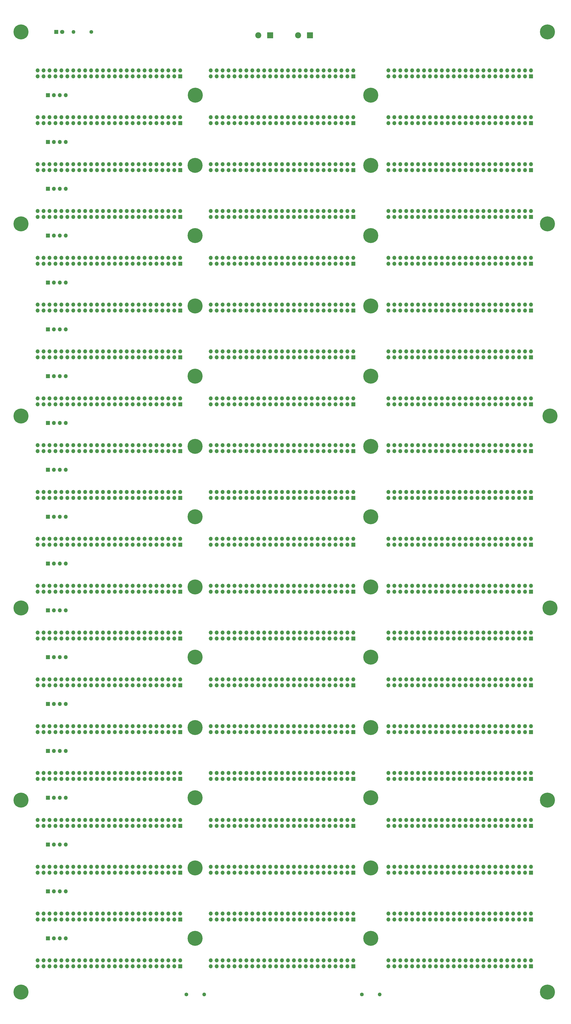
<source format=gbr>
%TF.GenerationSoftware,KiCad,Pcbnew,(6.0.11)*%
%TF.CreationDate,2024-10-28T17:35:11-05:00*%
%TF.ProjectId,backplane.20-slot,6261636b-706c-4616-9e65-2e32302d736c,V1.0*%
%TF.SameCoordinates,Original*%
%TF.FileFunction,Soldermask,Top*%
%TF.FilePolarity,Negative*%
%FSLAX46Y46*%
G04 Gerber Fmt 4.6, Leading zero omitted, Abs format (unit mm)*
G04 Created by KiCad (PCBNEW (6.0.11)) date 2024-10-28 17:35:11*
%MOMM*%
%LPD*%
G01*
G04 APERTURE LIST*
%ADD10R,1.700000X1.700000*%
%ADD11O,1.700000X1.700000*%
%ADD12C,6.400000*%
%ADD13R,1.800000X1.800000*%
%ADD14C,1.800000*%
%ADD15C,1.600000*%
%ADD16O,1.600000X1.600000*%
%ADD17R,2.600000X2.600000*%
%ADD18C,2.600000*%
G04 APERTURE END LIST*
D10*
%TO.C,J1*%
X128969000Y-183586400D03*
D11*
X128969000Y-181046400D03*
X126429000Y-183586400D03*
X126429000Y-181046400D03*
X123889000Y-183586400D03*
X123889000Y-181046400D03*
X121349000Y-183586400D03*
X121349000Y-181046400D03*
X118809000Y-183586400D03*
X118809000Y-181046400D03*
X116269000Y-183586400D03*
X116269000Y-181046400D03*
X113729000Y-183586400D03*
X113729000Y-181046400D03*
X111189000Y-183586400D03*
X111189000Y-181046400D03*
X108649000Y-183586400D03*
X108649000Y-181046400D03*
X106109000Y-183586400D03*
X106109000Y-181046400D03*
X103569000Y-183586400D03*
X103569000Y-181046400D03*
X101029000Y-183586400D03*
X101029000Y-181046400D03*
X98489000Y-183586400D03*
X98489000Y-181046400D03*
X95949000Y-183586400D03*
X95949000Y-181046400D03*
X93409000Y-183586400D03*
X93409000Y-181046400D03*
X90869000Y-183586400D03*
X90869000Y-181046400D03*
X88329000Y-183586400D03*
X88329000Y-181046400D03*
X85789000Y-183586400D03*
X85789000Y-181046400D03*
X83249000Y-183586400D03*
X83249000Y-181046400D03*
X80709000Y-183586400D03*
X80709000Y-181046400D03*
X78169000Y-183586400D03*
X78169000Y-181046400D03*
X75629000Y-183586400D03*
X75629000Y-181046400D03*
X73089000Y-183586400D03*
X73089000Y-181046400D03*
X70549000Y-183586400D03*
X70549000Y-181046400D03*
X68009000Y-183586400D03*
X68009000Y-181046400D03*
%TD*%
D10*
%TO.C,J3*%
X278969000Y-183586400D03*
D11*
X278969000Y-181046400D03*
X276429000Y-183586400D03*
X276429000Y-181046400D03*
X273889000Y-183586400D03*
X273889000Y-181046400D03*
X271349000Y-183586400D03*
X271349000Y-181046400D03*
X268809000Y-183586400D03*
X268809000Y-181046400D03*
X266269000Y-183586400D03*
X266269000Y-181046400D03*
X263729000Y-183586400D03*
X263729000Y-181046400D03*
X261189000Y-183586400D03*
X261189000Y-181046400D03*
X258649000Y-183586400D03*
X258649000Y-181046400D03*
X256109000Y-183586400D03*
X256109000Y-181046400D03*
X253569000Y-183586400D03*
X253569000Y-181046400D03*
X251029000Y-183586400D03*
X251029000Y-181046400D03*
X248489000Y-183586400D03*
X248489000Y-181046400D03*
X245949000Y-183586400D03*
X245949000Y-181046400D03*
X243409000Y-183586400D03*
X243409000Y-181046400D03*
X240869000Y-183586400D03*
X240869000Y-181046400D03*
X238329000Y-183586400D03*
X238329000Y-181046400D03*
X235789000Y-183586400D03*
X235789000Y-181046400D03*
X233249000Y-183586400D03*
X233249000Y-181046400D03*
X230709000Y-183586400D03*
X230709000Y-181046400D03*
X228169000Y-183586400D03*
X228169000Y-181046400D03*
X225629000Y-183586400D03*
X225629000Y-181046400D03*
X223089000Y-183586400D03*
X223089000Y-181046400D03*
X220549000Y-183586400D03*
X220549000Y-181046400D03*
X218009000Y-183586400D03*
X218009000Y-181046400D03*
%TD*%
D10*
%TO.C,J2*%
X202969000Y-183586400D03*
D11*
X202969000Y-181046400D03*
X200429000Y-183586400D03*
X200429000Y-181046400D03*
X197889000Y-183586400D03*
X197889000Y-181046400D03*
X195349000Y-183586400D03*
X195349000Y-181046400D03*
X192809000Y-183586400D03*
X192809000Y-181046400D03*
X190269000Y-183586400D03*
X190269000Y-181046400D03*
X187729000Y-183586400D03*
X187729000Y-181046400D03*
X185189000Y-183586400D03*
X185189000Y-181046400D03*
X182649000Y-183586400D03*
X182649000Y-181046400D03*
X180109000Y-183586400D03*
X180109000Y-181046400D03*
X177569000Y-183586400D03*
X177569000Y-181046400D03*
X175029000Y-183586400D03*
X175029000Y-181046400D03*
X172489000Y-183586400D03*
X172489000Y-181046400D03*
X169949000Y-183586400D03*
X169949000Y-181046400D03*
X167409000Y-183586400D03*
X167409000Y-181046400D03*
X164869000Y-183586400D03*
X164869000Y-181046400D03*
X162329000Y-183586400D03*
X162329000Y-181046400D03*
X159789000Y-183586400D03*
X159789000Y-181046400D03*
X157249000Y-183586400D03*
X157249000Y-181046400D03*
X154709000Y-183586400D03*
X154709000Y-181046400D03*
X152169000Y-183586400D03*
X152169000Y-181046400D03*
X149629000Y-183586400D03*
X149629000Y-181046400D03*
X147089000Y-183586400D03*
X147089000Y-181046400D03*
X144549000Y-183586400D03*
X144549000Y-181046400D03*
X142009000Y-183586400D03*
X142009000Y-181046400D03*
%TD*%
D12*
%TO.C,H1*%
X60969000Y-24586400D03*
%TD*%
%TO.C,H2*%
X285969000Y-24586400D03*
%TD*%
D10*
%TO.C,J4*%
X128969000Y-163586400D03*
D11*
X128969000Y-161046400D03*
X126429000Y-163586400D03*
X126429000Y-161046400D03*
X123889000Y-163586400D03*
X123889000Y-161046400D03*
X121349000Y-163586400D03*
X121349000Y-161046400D03*
X118809000Y-163586400D03*
X118809000Y-161046400D03*
X116269000Y-163586400D03*
X116269000Y-161046400D03*
X113729000Y-163586400D03*
X113729000Y-161046400D03*
X111189000Y-163586400D03*
X111189000Y-161046400D03*
X108649000Y-163586400D03*
X108649000Y-161046400D03*
X106109000Y-163586400D03*
X106109000Y-161046400D03*
X103569000Y-163586400D03*
X103569000Y-161046400D03*
X101029000Y-163586400D03*
X101029000Y-161046400D03*
X98489000Y-163586400D03*
X98489000Y-161046400D03*
X95949000Y-163586400D03*
X95949000Y-161046400D03*
X93409000Y-163586400D03*
X93409000Y-161046400D03*
X90869000Y-163586400D03*
X90869000Y-161046400D03*
X88329000Y-163586400D03*
X88329000Y-161046400D03*
X85789000Y-163586400D03*
X85789000Y-161046400D03*
X83249000Y-163586400D03*
X83249000Y-161046400D03*
X80709000Y-163586400D03*
X80709000Y-161046400D03*
X78169000Y-163586400D03*
X78169000Y-161046400D03*
X75629000Y-163586400D03*
X75629000Y-161046400D03*
X73089000Y-163586400D03*
X73089000Y-161046400D03*
X70549000Y-163586400D03*
X70549000Y-161046400D03*
X68009000Y-163586400D03*
X68009000Y-161046400D03*
%TD*%
D10*
%TO.C,J5*%
X202969000Y-163586400D03*
D11*
X202969000Y-161046400D03*
X200429000Y-163586400D03*
X200429000Y-161046400D03*
X197889000Y-163586400D03*
X197889000Y-161046400D03*
X195349000Y-163586400D03*
X195349000Y-161046400D03*
X192809000Y-163586400D03*
X192809000Y-161046400D03*
X190269000Y-163586400D03*
X190269000Y-161046400D03*
X187729000Y-163586400D03*
X187729000Y-161046400D03*
X185189000Y-163586400D03*
X185189000Y-161046400D03*
X182649000Y-163586400D03*
X182649000Y-161046400D03*
X180109000Y-163586400D03*
X180109000Y-161046400D03*
X177569000Y-163586400D03*
X177569000Y-161046400D03*
X175029000Y-163586400D03*
X175029000Y-161046400D03*
X172489000Y-163586400D03*
X172489000Y-161046400D03*
X169949000Y-163586400D03*
X169949000Y-161046400D03*
X167409000Y-163586400D03*
X167409000Y-161046400D03*
X164869000Y-163586400D03*
X164869000Y-161046400D03*
X162329000Y-163586400D03*
X162329000Y-161046400D03*
X159789000Y-163586400D03*
X159789000Y-161046400D03*
X157249000Y-163586400D03*
X157249000Y-161046400D03*
X154709000Y-163586400D03*
X154709000Y-161046400D03*
X152169000Y-163586400D03*
X152169000Y-161046400D03*
X149629000Y-163586400D03*
X149629000Y-161046400D03*
X147089000Y-163586400D03*
X147089000Y-161046400D03*
X144549000Y-163586400D03*
X144549000Y-161046400D03*
X142009000Y-163586400D03*
X142009000Y-161046400D03*
%TD*%
D10*
%TO.C,J6*%
X278969000Y-163586400D03*
D11*
X278969000Y-161046400D03*
X276429000Y-163586400D03*
X276429000Y-161046400D03*
X273889000Y-163586400D03*
X273889000Y-161046400D03*
X271349000Y-163586400D03*
X271349000Y-161046400D03*
X268809000Y-163586400D03*
X268809000Y-161046400D03*
X266269000Y-163586400D03*
X266269000Y-161046400D03*
X263729000Y-163586400D03*
X263729000Y-161046400D03*
X261189000Y-163586400D03*
X261189000Y-161046400D03*
X258649000Y-163586400D03*
X258649000Y-161046400D03*
X256109000Y-163586400D03*
X256109000Y-161046400D03*
X253569000Y-163586400D03*
X253569000Y-161046400D03*
X251029000Y-163586400D03*
X251029000Y-161046400D03*
X248489000Y-163586400D03*
X248489000Y-161046400D03*
X245949000Y-163586400D03*
X245949000Y-161046400D03*
X243409000Y-163586400D03*
X243409000Y-161046400D03*
X240869000Y-163586400D03*
X240869000Y-161046400D03*
X238329000Y-163586400D03*
X238329000Y-161046400D03*
X235789000Y-163586400D03*
X235789000Y-161046400D03*
X233249000Y-163586400D03*
X233249000Y-161046400D03*
X230709000Y-163586400D03*
X230709000Y-161046400D03*
X228169000Y-163586400D03*
X228169000Y-161046400D03*
X225629000Y-163586400D03*
X225629000Y-161046400D03*
X223089000Y-163586400D03*
X223089000Y-161046400D03*
X220549000Y-163586400D03*
X220549000Y-161046400D03*
X218009000Y-163586400D03*
X218009000Y-161046400D03*
%TD*%
D10*
%TO.C,J7*%
X128969000Y-143586400D03*
D11*
X128969000Y-141046400D03*
X126429000Y-143586400D03*
X126429000Y-141046400D03*
X123889000Y-143586400D03*
X123889000Y-141046400D03*
X121349000Y-143586400D03*
X121349000Y-141046400D03*
X118809000Y-143586400D03*
X118809000Y-141046400D03*
X116269000Y-143586400D03*
X116269000Y-141046400D03*
X113729000Y-143586400D03*
X113729000Y-141046400D03*
X111189000Y-143586400D03*
X111189000Y-141046400D03*
X108649000Y-143586400D03*
X108649000Y-141046400D03*
X106109000Y-143586400D03*
X106109000Y-141046400D03*
X103569000Y-143586400D03*
X103569000Y-141046400D03*
X101029000Y-143586400D03*
X101029000Y-141046400D03*
X98489000Y-143586400D03*
X98489000Y-141046400D03*
X95949000Y-143586400D03*
X95949000Y-141046400D03*
X93409000Y-143586400D03*
X93409000Y-141046400D03*
X90869000Y-143586400D03*
X90869000Y-141046400D03*
X88329000Y-143586400D03*
X88329000Y-141046400D03*
X85789000Y-143586400D03*
X85789000Y-141046400D03*
X83249000Y-143586400D03*
X83249000Y-141046400D03*
X80709000Y-143586400D03*
X80709000Y-141046400D03*
X78169000Y-143586400D03*
X78169000Y-141046400D03*
X75629000Y-143586400D03*
X75629000Y-141046400D03*
X73089000Y-143586400D03*
X73089000Y-141046400D03*
X70549000Y-143586400D03*
X70549000Y-141046400D03*
X68009000Y-143586400D03*
X68009000Y-141046400D03*
%TD*%
D10*
%TO.C,J8*%
X202969000Y-143586400D03*
D11*
X202969000Y-141046400D03*
X200429000Y-143586400D03*
X200429000Y-141046400D03*
X197889000Y-143586400D03*
X197889000Y-141046400D03*
X195349000Y-143586400D03*
X195349000Y-141046400D03*
X192809000Y-143586400D03*
X192809000Y-141046400D03*
X190269000Y-143586400D03*
X190269000Y-141046400D03*
X187729000Y-143586400D03*
X187729000Y-141046400D03*
X185189000Y-143586400D03*
X185189000Y-141046400D03*
X182649000Y-143586400D03*
X182649000Y-141046400D03*
X180109000Y-143586400D03*
X180109000Y-141046400D03*
X177569000Y-143586400D03*
X177569000Y-141046400D03*
X175029000Y-143586400D03*
X175029000Y-141046400D03*
X172489000Y-143586400D03*
X172489000Y-141046400D03*
X169949000Y-143586400D03*
X169949000Y-141046400D03*
X167409000Y-143586400D03*
X167409000Y-141046400D03*
X164869000Y-143586400D03*
X164869000Y-141046400D03*
X162329000Y-143586400D03*
X162329000Y-141046400D03*
X159789000Y-143586400D03*
X159789000Y-141046400D03*
X157249000Y-143586400D03*
X157249000Y-141046400D03*
X154709000Y-143586400D03*
X154709000Y-141046400D03*
X152169000Y-143586400D03*
X152169000Y-141046400D03*
X149629000Y-143586400D03*
X149629000Y-141046400D03*
X147089000Y-143586400D03*
X147089000Y-141046400D03*
X144549000Y-143586400D03*
X144549000Y-141046400D03*
X142009000Y-143586400D03*
X142009000Y-141046400D03*
%TD*%
D10*
%TO.C,J9*%
X278969000Y-143586400D03*
D11*
X278969000Y-141046400D03*
X276429000Y-143586400D03*
X276429000Y-141046400D03*
X273889000Y-143586400D03*
X273889000Y-141046400D03*
X271349000Y-143586400D03*
X271349000Y-141046400D03*
X268809000Y-143586400D03*
X268809000Y-141046400D03*
X266269000Y-143586400D03*
X266269000Y-141046400D03*
X263729000Y-143586400D03*
X263729000Y-141046400D03*
X261189000Y-143586400D03*
X261189000Y-141046400D03*
X258649000Y-143586400D03*
X258649000Y-141046400D03*
X256109000Y-143586400D03*
X256109000Y-141046400D03*
X253569000Y-143586400D03*
X253569000Y-141046400D03*
X251029000Y-143586400D03*
X251029000Y-141046400D03*
X248489000Y-143586400D03*
X248489000Y-141046400D03*
X245949000Y-143586400D03*
X245949000Y-141046400D03*
X243409000Y-143586400D03*
X243409000Y-141046400D03*
X240869000Y-143586400D03*
X240869000Y-141046400D03*
X238329000Y-143586400D03*
X238329000Y-141046400D03*
X235789000Y-143586400D03*
X235789000Y-141046400D03*
X233249000Y-143586400D03*
X233249000Y-141046400D03*
X230709000Y-143586400D03*
X230709000Y-141046400D03*
X228169000Y-143586400D03*
X228169000Y-141046400D03*
X225629000Y-143586400D03*
X225629000Y-141046400D03*
X223089000Y-143586400D03*
X223089000Y-141046400D03*
X220549000Y-143586400D03*
X220549000Y-141046400D03*
X218009000Y-143586400D03*
X218009000Y-141046400D03*
%TD*%
D10*
%TO.C,J10*%
X128969000Y-123586400D03*
D11*
X128969000Y-121046400D03*
X126429000Y-123586400D03*
X126429000Y-121046400D03*
X123889000Y-123586400D03*
X123889000Y-121046400D03*
X121349000Y-123586400D03*
X121349000Y-121046400D03*
X118809000Y-123586400D03*
X118809000Y-121046400D03*
X116269000Y-123586400D03*
X116269000Y-121046400D03*
X113729000Y-123586400D03*
X113729000Y-121046400D03*
X111189000Y-123586400D03*
X111189000Y-121046400D03*
X108649000Y-123586400D03*
X108649000Y-121046400D03*
X106109000Y-123586400D03*
X106109000Y-121046400D03*
X103569000Y-123586400D03*
X103569000Y-121046400D03*
X101029000Y-123586400D03*
X101029000Y-121046400D03*
X98489000Y-123586400D03*
X98489000Y-121046400D03*
X95949000Y-123586400D03*
X95949000Y-121046400D03*
X93409000Y-123586400D03*
X93409000Y-121046400D03*
X90869000Y-123586400D03*
X90869000Y-121046400D03*
X88329000Y-123586400D03*
X88329000Y-121046400D03*
X85789000Y-123586400D03*
X85789000Y-121046400D03*
X83249000Y-123586400D03*
X83249000Y-121046400D03*
X80709000Y-123586400D03*
X80709000Y-121046400D03*
X78169000Y-123586400D03*
X78169000Y-121046400D03*
X75629000Y-123586400D03*
X75629000Y-121046400D03*
X73089000Y-123586400D03*
X73089000Y-121046400D03*
X70549000Y-123586400D03*
X70549000Y-121046400D03*
X68009000Y-123586400D03*
X68009000Y-121046400D03*
%TD*%
D10*
%TO.C,J11*%
X202969000Y-123586400D03*
D11*
X202969000Y-121046400D03*
X200429000Y-123586400D03*
X200429000Y-121046400D03*
X197889000Y-123586400D03*
X197889000Y-121046400D03*
X195349000Y-123586400D03*
X195349000Y-121046400D03*
X192809000Y-123586400D03*
X192809000Y-121046400D03*
X190269000Y-123586400D03*
X190269000Y-121046400D03*
X187729000Y-123586400D03*
X187729000Y-121046400D03*
X185189000Y-123586400D03*
X185189000Y-121046400D03*
X182649000Y-123586400D03*
X182649000Y-121046400D03*
X180109000Y-123586400D03*
X180109000Y-121046400D03*
X177569000Y-123586400D03*
X177569000Y-121046400D03*
X175029000Y-123586400D03*
X175029000Y-121046400D03*
X172489000Y-123586400D03*
X172489000Y-121046400D03*
X169949000Y-123586400D03*
X169949000Y-121046400D03*
X167409000Y-123586400D03*
X167409000Y-121046400D03*
X164869000Y-123586400D03*
X164869000Y-121046400D03*
X162329000Y-123586400D03*
X162329000Y-121046400D03*
X159789000Y-123586400D03*
X159789000Y-121046400D03*
X157249000Y-123586400D03*
X157249000Y-121046400D03*
X154709000Y-123586400D03*
X154709000Y-121046400D03*
X152169000Y-123586400D03*
X152169000Y-121046400D03*
X149629000Y-123586400D03*
X149629000Y-121046400D03*
X147089000Y-123586400D03*
X147089000Y-121046400D03*
X144549000Y-123586400D03*
X144549000Y-121046400D03*
X142009000Y-123586400D03*
X142009000Y-121046400D03*
%TD*%
D10*
%TO.C,J12*%
X278969000Y-123586400D03*
D11*
X278969000Y-121046400D03*
X276429000Y-123586400D03*
X276429000Y-121046400D03*
X273889000Y-123586400D03*
X273889000Y-121046400D03*
X271349000Y-123586400D03*
X271349000Y-121046400D03*
X268809000Y-123586400D03*
X268809000Y-121046400D03*
X266269000Y-123586400D03*
X266269000Y-121046400D03*
X263729000Y-123586400D03*
X263729000Y-121046400D03*
X261189000Y-123586400D03*
X261189000Y-121046400D03*
X258649000Y-123586400D03*
X258649000Y-121046400D03*
X256109000Y-123586400D03*
X256109000Y-121046400D03*
X253569000Y-123586400D03*
X253569000Y-121046400D03*
X251029000Y-123586400D03*
X251029000Y-121046400D03*
X248489000Y-123586400D03*
X248489000Y-121046400D03*
X245949000Y-123586400D03*
X245949000Y-121046400D03*
X243409000Y-123586400D03*
X243409000Y-121046400D03*
X240869000Y-123586400D03*
X240869000Y-121046400D03*
X238329000Y-123586400D03*
X238329000Y-121046400D03*
X235789000Y-123586400D03*
X235789000Y-121046400D03*
X233249000Y-123586400D03*
X233249000Y-121046400D03*
X230709000Y-123586400D03*
X230709000Y-121046400D03*
X228169000Y-123586400D03*
X228169000Y-121046400D03*
X225629000Y-123586400D03*
X225629000Y-121046400D03*
X223089000Y-123586400D03*
X223089000Y-121046400D03*
X220549000Y-123586400D03*
X220549000Y-121046400D03*
X218009000Y-123586400D03*
X218009000Y-121046400D03*
%TD*%
D10*
%TO.C,J14*%
X202969000Y-103586400D03*
D11*
X202969000Y-101046400D03*
X200429000Y-103586400D03*
X200429000Y-101046400D03*
X197889000Y-103586400D03*
X197889000Y-101046400D03*
X195349000Y-103586400D03*
X195349000Y-101046400D03*
X192809000Y-103586400D03*
X192809000Y-101046400D03*
X190269000Y-103586400D03*
X190269000Y-101046400D03*
X187729000Y-103586400D03*
X187729000Y-101046400D03*
X185189000Y-103586400D03*
X185189000Y-101046400D03*
X182649000Y-103586400D03*
X182649000Y-101046400D03*
X180109000Y-103586400D03*
X180109000Y-101046400D03*
X177569000Y-103586400D03*
X177569000Y-101046400D03*
X175029000Y-103586400D03*
X175029000Y-101046400D03*
X172489000Y-103586400D03*
X172489000Y-101046400D03*
X169949000Y-103586400D03*
X169949000Y-101046400D03*
X167409000Y-103586400D03*
X167409000Y-101046400D03*
X164869000Y-103586400D03*
X164869000Y-101046400D03*
X162329000Y-103586400D03*
X162329000Y-101046400D03*
X159789000Y-103586400D03*
X159789000Y-101046400D03*
X157249000Y-103586400D03*
X157249000Y-101046400D03*
X154709000Y-103586400D03*
X154709000Y-101046400D03*
X152169000Y-103586400D03*
X152169000Y-101046400D03*
X149629000Y-103586400D03*
X149629000Y-101046400D03*
X147089000Y-103586400D03*
X147089000Y-101046400D03*
X144549000Y-103586400D03*
X144549000Y-101046400D03*
X142009000Y-103586400D03*
X142009000Y-101046400D03*
%TD*%
D10*
%TO.C,J15*%
X278969000Y-103586400D03*
D11*
X278969000Y-101046400D03*
X276429000Y-103586400D03*
X276429000Y-101046400D03*
X273889000Y-103586400D03*
X273889000Y-101046400D03*
X271349000Y-103586400D03*
X271349000Y-101046400D03*
X268809000Y-103586400D03*
X268809000Y-101046400D03*
X266269000Y-103586400D03*
X266269000Y-101046400D03*
X263729000Y-103586400D03*
X263729000Y-101046400D03*
X261189000Y-103586400D03*
X261189000Y-101046400D03*
X258649000Y-103586400D03*
X258649000Y-101046400D03*
X256109000Y-103586400D03*
X256109000Y-101046400D03*
X253569000Y-103586400D03*
X253569000Y-101046400D03*
X251029000Y-103586400D03*
X251029000Y-101046400D03*
X248489000Y-103586400D03*
X248489000Y-101046400D03*
X245949000Y-103586400D03*
X245949000Y-101046400D03*
X243409000Y-103586400D03*
X243409000Y-101046400D03*
X240869000Y-103586400D03*
X240869000Y-101046400D03*
X238329000Y-103586400D03*
X238329000Y-101046400D03*
X235789000Y-103586400D03*
X235789000Y-101046400D03*
X233249000Y-103586400D03*
X233249000Y-101046400D03*
X230709000Y-103586400D03*
X230709000Y-101046400D03*
X228169000Y-103586400D03*
X228169000Y-101046400D03*
X225629000Y-103586400D03*
X225629000Y-101046400D03*
X223089000Y-103586400D03*
X223089000Y-101046400D03*
X220549000Y-103586400D03*
X220549000Y-101046400D03*
X218009000Y-103586400D03*
X218009000Y-101046400D03*
%TD*%
D10*
%TO.C,J16*%
X128969000Y-83586400D03*
D11*
X128969000Y-81046400D03*
X126429000Y-83586400D03*
X126429000Y-81046400D03*
X123889000Y-83586400D03*
X123889000Y-81046400D03*
X121349000Y-83586400D03*
X121349000Y-81046400D03*
X118809000Y-83586400D03*
X118809000Y-81046400D03*
X116269000Y-83586400D03*
X116269000Y-81046400D03*
X113729000Y-83586400D03*
X113729000Y-81046400D03*
X111189000Y-83586400D03*
X111189000Y-81046400D03*
X108649000Y-83586400D03*
X108649000Y-81046400D03*
X106109000Y-83586400D03*
X106109000Y-81046400D03*
X103569000Y-83586400D03*
X103569000Y-81046400D03*
X101029000Y-83586400D03*
X101029000Y-81046400D03*
X98489000Y-83586400D03*
X98489000Y-81046400D03*
X95949000Y-83586400D03*
X95949000Y-81046400D03*
X93409000Y-83586400D03*
X93409000Y-81046400D03*
X90869000Y-83586400D03*
X90869000Y-81046400D03*
X88329000Y-83586400D03*
X88329000Y-81046400D03*
X85789000Y-83586400D03*
X85789000Y-81046400D03*
X83249000Y-83586400D03*
X83249000Y-81046400D03*
X80709000Y-83586400D03*
X80709000Y-81046400D03*
X78169000Y-83586400D03*
X78169000Y-81046400D03*
X75629000Y-83586400D03*
X75629000Y-81046400D03*
X73089000Y-83586400D03*
X73089000Y-81046400D03*
X70549000Y-83586400D03*
X70549000Y-81046400D03*
X68009000Y-83586400D03*
X68009000Y-81046400D03*
%TD*%
D10*
%TO.C,J17*%
X202969000Y-83586400D03*
D11*
X202969000Y-81046400D03*
X200429000Y-83586400D03*
X200429000Y-81046400D03*
X197889000Y-83586400D03*
X197889000Y-81046400D03*
X195349000Y-83586400D03*
X195349000Y-81046400D03*
X192809000Y-83586400D03*
X192809000Y-81046400D03*
X190269000Y-83586400D03*
X190269000Y-81046400D03*
X187729000Y-83586400D03*
X187729000Y-81046400D03*
X185189000Y-83586400D03*
X185189000Y-81046400D03*
X182649000Y-83586400D03*
X182649000Y-81046400D03*
X180109000Y-83586400D03*
X180109000Y-81046400D03*
X177569000Y-83586400D03*
X177569000Y-81046400D03*
X175029000Y-83586400D03*
X175029000Y-81046400D03*
X172489000Y-83586400D03*
X172489000Y-81046400D03*
X169949000Y-83586400D03*
X169949000Y-81046400D03*
X167409000Y-83586400D03*
X167409000Y-81046400D03*
X164869000Y-83586400D03*
X164869000Y-81046400D03*
X162329000Y-83586400D03*
X162329000Y-81046400D03*
X159789000Y-83586400D03*
X159789000Y-81046400D03*
X157249000Y-83586400D03*
X157249000Y-81046400D03*
X154709000Y-83586400D03*
X154709000Y-81046400D03*
X152169000Y-83586400D03*
X152169000Y-81046400D03*
X149629000Y-83586400D03*
X149629000Y-81046400D03*
X147089000Y-83586400D03*
X147089000Y-81046400D03*
X144549000Y-83586400D03*
X144549000Y-81046400D03*
X142009000Y-83586400D03*
X142009000Y-81046400D03*
%TD*%
D10*
%TO.C,J18*%
X278969000Y-83586400D03*
D11*
X278969000Y-81046400D03*
X276429000Y-83586400D03*
X276429000Y-81046400D03*
X273889000Y-83586400D03*
X273889000Y-81046400D03*
X271349000Y-83586400D03*
X271349000Y-81046400D03*
X268809000Y-83586400D03*
X268809000Y-81046400D03*
X266269000Y-83586400D03*
X266269000Y-81046400D03*
X263729000Y-83586400D03*
X263729000Y-81046400D03*
X261189000Y-83586400D03*
X261189000Y-81046400D03*
X258649000Y-83586400D03*
X258649000Y-81046400D03*
X256109000Y-83586400D03*
X256109000Y-81046400D03*
X253569000Y-83586400D03*
X253569000Y-81046400D03*
X251029000Y-83586400D03*
X251029000Y-81046400D03*
X248489000Y-83586400D03*
X248489000Y-81046400D03*
X245949000Y-83586400D03*
X245949000Y-81046400D03*
X243409000Y-83586400D03*
X243409000Y-81046400D03*
X240869000Y-83586400D03*
X240869000Y-81046400D03*
X238329000Y-83586400D03*
X238329000Y-81046400D03*
X235789000Y-83586400D03*
X235789000Y-81046400D03*
X233249000Y-83586400D03*
X233249000Y-81046400D03*
X230709000Y-83586400D03*
X230709000Y-81046400D03*
X228169000Y-83586400D03*
X228169000Y-81046400D03*
X225629000Y-83586400D03*
X225629000Y-81046400D03*
X223089000Y-83586400D03*
X223089000Y-81046400D03*
X220549000Y-83586400D03*
X220549000Y-81046400D03*
X218009000Y-83586400D03*
X218009000Y-81046400D03*
%TD*%
D10*
%TO.C,J19*%
X128969000Y-63586400D03*
D11*
X128969000Y-61046400D03*
X126429000Y-63586400D03*
X126429000Y-61046400D03*
X123889000Y-63586400D03*
X123889000Y-61046400D03*
X121349000Y-63586400D03*
X121349000Y-61046400D03*
X118809000Y-63586400D03*
X118809000Y-61046400D03*
X116269000Y-63586400D03*
X116269000Y-61046400D03*
X113729000Y-63586400D03*
X113729000Y-61046400D03*
X111189000Y-63586400D03*
X111189000Y-61046400D03*
X108649000Y-63586400D03*
X108649000Y-61046400D03*
X106109000Y-63586400D03*
X106109000Y-61046400D03*
X103569000Y-63586400D03*
X103569000Y-61046400D03*
X101029000Y-63586400D03*
X101029000Y-61046400D03*
X98489000Y-63586400D03*
X98489000Y-61046400D03*
X95949000Y-63586400D03*
X95949000Y-61046400D03*
X93409000Y-63586400D03*
X93409000Y-61046400D03*
X90869000Y-63586400D03*
X90869000Y-61046400D03*
X88329000Y-63586400D03*
X88329000Y-61046400D03*
X85789000Y-63586400D03*
X85789000Y-61046400D03*
X83249000Y-63586400D03*
X83249000Y-61046400D03*
X80709000Y-63586400D03*
X80709000Y-61046400D03*
X78169000Y-63586400D03*
X78169000Y-61046400D03*
X75629000Y-63586400D03*
X75629000Y-61046400D03*
X73089000Y-63586400D03*
X73089000Y-61046400D03*
X70549000Y-63586400D03*
X70549000Y-61046400D03*
X68009000Y-63586400D03*
X68009000Y-61046400D03*
%TD*%
D10*
%TO.C,J20*%
X202969000Y-63586400D03*
D11*
X202969000Y-61046400D03*
X200429000Y-63586400D03*
X200429000Y-61046400D03*
X197889000Y-63586400D03*
X197889000Y-61046400D03*
X195349000Y-63586400D03*
X195349000Y-61046400D03*
X192809000Y-63586400D03*
X192809000Y-61046400D03*
X190269000Y-63586400D03*
X190269000Y-61046400D03*
X187729000Y-63586400D03*
X187729000Y-61046400D03*
X185189000Y-63586400D03*
X185189000Y-61046400D03*
X182649000Y-63586400D03*
X182649000Y-61046400D03*
X180109000Y-63586400D03*
X180109000Y-61046400D03*
X177569000Y-63586400D03*
X177569000Y-61046400D03*
X175029000Y-63586400D03*
X175029000Y-61046400D03*
X172489000Y-63586400D03*
X172489000Y-61046400D03*
X169949000Y-63586400D03*
X169949000Y-61046400D03*
X167409000Y-63586400D03*
X167409000Y-61046400D03*
X164869000Y-63586400D03*
X164869000Y-61046400D03*
X162329000Y-63586400D03*
X162329000Y-61046400D03*
X159789000Y-63586400D03*
X159789000Y-61046400D03*
X157249000Y-63586400D03*
X157249000Y-61046400D03*
X154709000Y-63586400D03*
X154709000Y-61046400D03*
X152169000Y-63586400D03*
X152169000Y-61046400D03*
X149629000Y-63586400D03*
X149629000Y-61046400D03*
X147089000Y-63586400D03*
X147089000Y-61046400D03*
X144549000Y-63586400D03*
X144549000Y-61046400D03*
X142009000Y-63586400D03*
X142009000Y-61046400D03*
%TD*%
D10*
%TO.C,J21*%
X278969000Y-63586400D03*
D11*
X278969000Y-61046400D03*
X276429000Y-63586400D03*
X276429000Y-61046400D03*
X273889000Y-63586400D03*
X273889000Y-61046400D03*
X271349000Y-63586400D03*
X271349000Y-61046400D03*
X268809000Y-63586400D03*
X268809000Y-61046400D03*
X266269000Y-63586400D03*
X266269000Y-61046400D03*
X263729000Y-63586400D03*
X263729000Y-61046400D03*
X261189000Y-63586400D03*
X261189000Y-61046400D03*
X258649000Y-63586400D03*
X258649000Y-61046400D03*
X256109000Y-63586400D03*
X256109000Y-61046400D03*
X253569000Y-63586400D03*
X253569000Y-61046400D03*
X251029000Y-63586400D03*
X251029000Y-61046400D03*
X248489000Y-63586400D03*
X248489000Y-61046400D03*
X245949000Y-63586400D03*
X245949000Y-61046400D03*
X243409000Y-63586400D03*
X243409000Y-61046400D03*
X240869000Y-63586400D03*
X240869000Y-61046400D03*
X238329000Y-63586400D03*
X238329000Y-61046400D03*
X235789000Y-63586400D03*
X235789000Y-61046400D03*
X233249000Y-63586400D03*
X233249000Y-61046400D03*
X230709000Y-63586400D03*
X230709000Y-61046400D03*
X228169000Y-63586400D03*
X228169000Y-61046400D03*
X225629000Y-63586400D03*
X225629000Y-61046400D03*
X223089000Y-63586400D03*
X223089000Y-61046400D03*
X220549000Y-63586400D03*
X220549000Y-61046400D03*
X218009000Y-63586400D03*
X218009000Y-61046400D03*
%TD*%
D10*
%TO.C,J22*%
X128969000Y-43586400D03*
D11*
X128969000Y-41046400D03*
X126429000Y-43586400D03*
X126429000Y-41046400D03*
X123889000Y-43586400D03*
X123889000Y-41046400D03*
X121349000Y-43586400D03*
X121349000Y-41046400D03*
X118809000Y-43586400D03*
X118809000Y-41046400D03*
X116269000Y-43586400D03*
X116269000Y-41046400D03*
X113729000Y-43586400D03*
X113729000Y-41046400D03*
X111189000Y-43586400D03*
X111189000Y-41046400D03*
X108649000Y-43586400D03*
X108649000Y-41046400D03*
X106109000Y-43586400D03*
X106109000Y-41046400D03*
X103569000Y-43586400D03*
X103569000Y-41046400D03*
X101029000Y-43586400D03*
X101029000Y-41046400D03*
X98489000Y-43586400D03*
X98489000Y-41046400D03*
X95949000Y-43586400D03*
X95949000Y-41046400D03*
X93409000Y-43586400D03*
X93409000Y-41046400D03*
X90869000Y-43586400D03*
X90869000Y-41046400D03*
X88329000Y-43586400D03*
X88329000Y-41046400D03*
X85789000Y-43586400D03*
X85789000Y-41046400D03*
X83249000Y-43586400D03*
X83249000Y-41046400D03*
X80709000Y-43586400D03*
X80709000Y-41046400D03*
X78169000Y-43586400D03*
X78169000Y-41046400D03*
X75629000Y-43586400D03*
X75629000Y-41046400D03*
X73089000Y-43586400D03*
X73089000Y-41046400D03*
X70549000Y-43586400D03*
X70549000Y-41046400D03*
X68009000Y-43586400D03*
X68009000Y-41046400D03*
%TD*%
D10*
%TO.C,J23*%
X202969000Y-43586400D03*
D11*
X202969000Y-41046400D03*
X200429000Y-43586400D03*
X200429000Y-41046400D03*
X197889000Y-43586400D03*
X197889000Y-41046400D03*
X195349000Y-43586400D03*
X195349000Y-41046400D03*
X192809000Y-43586400D03*
X192809000Y-41046400D03*
X190269000Y-43586400D03*
X190269000Y-41046400D03*
X187729000Y-43586400D03*
X187729000Y-41046400D03*
X185189000Y-43586400D03*
X185189000Y-41046400D03*
X182649000Y-43586400D03*
X182649000Y-41046400D03*
X180109000Y-43586400D03*
X180109000Y-41046400D03*
X177569000Y-43586400D03*
X177569000Y-41046400D03*
X175029000Y-43586400D03*
X175029000Y-41046400D03*
X172489000Y-43586400D03*
X172489000Y-41046400D03*
X169949000Y-43586400D03*
X169949000Y-41046400D03*
X167409000Y-43586400D03*
X167409000Y-41046400D03*
X164869000Y-43586400D03*
X164869000Y-41046400D03*
X162329000Y-43586400D03*
X162329000Y-41046400D03*
X159789000Y-43586400D03*
X159789000Y-41046400D03*
X157249000Y-43586400D03*
X157249000Y-41046400D03*
X154709000Y-43586400D03*
X154709000Y-41046400D03*
X152169000Y-43586400D03*
X152169000Y-41046400D03*
X149629000Y-43586400D03*
X149629000Y-41046400D03*
X147089000Y-43586400D03*
X147089000Y-41046400D03*
X144549000Y-43586400D03*
X144549000Y-41046400D03*
X142009000Y-43586400D03*
X142009000Y-41046400D03*
%TD*%
D10*
%TO.C,J24*%
X278969000Y-43586400D03*
D11*
X278969000Y-41046400D03*
X276429000Y-43586400D03*
X276429000Y-41046400D03*
X273889000Y-43586400D03*
X273889000Y-41046400D03*
X271349000Y-43586400D03*
X271349000Y-41046400D03*
X268809000Y-43586400D03*
X268809000Y-41046400D03*
X266269000Y-43586400D03*
X266269000Y-41046400D03*
X263729000Y-43586400D03*
X263729000Y-41046400D03*
X261189000Y-43586400D03*
X261189000Y-41046400D03*
X258649000Y-43586400D03*
X258649000Y-41046400D03*
X256109000Y-43586400D03*
X256109000Y-41046400D03*
X253569000Y-43586400D03*
X253569000Y-41046400D03*
X251029000Y-43586400D03*
X251029000Y-41046400D03*
X248489000Y-43586400D03*
X248489000Y-41046400D03*
X245949000Y-43586400D03*
X245949000Y-41046400D03*
X243409000Y-43586400D03*
X243409000Y-41046400D03*
X240869000Y-43586400D03*
X240869000Y-41046400D03*
X238329000Y-43586400D03*
X238329000Y-41046400D03*
X235789000Y-43586400D03*
X235789000Y-41046400D03*
X233249000Y-43586400D03*
X233249000Y-41046400D03*
X230709000Y-43586400D03*
X230709000Y-41046400D03*
X228169000Y-43586400D03*
X228169000Y-41046400D03*
X225629000Y-43586400D03*
X225629000Y-41046400D03*
X223089000Y-43586400D03*
X223089000Y-41046400D03*
X220549000Y-43586400D03*
X220549000Y-41046400D03*
X218009000Y-43586400D03*
X218009000Y-41046400D03*
%TD*%
D10*
%TO.C,J13*%
X128969000Y-103586400D03*
D11*
X128969000Y-101046400D03*
X126429000Y-103586400D03*
X126429000Y-101046400D03*
X123889000Y-103586400D03*
X123889000Y-101046400D03*
X121349000Y-103586400D03*
X121349000Y-101046400D03*
X118809000Y-103586400D03*
X118809000Y-101046400D03*
X116269000Y-103586400D03*
X116269000Y-101046400D03*
X113729000Y-103586400D03*
X113729000Y-101046400D03*
X111189000Y-103586400D03*
X111189000Y-101046400D03*
X108649000Y-103586400D03*
X108649000Y-101046400D03*
X106109000Y-103586400D03*
X106109000Y-101046400D03*
X103569000Y-103586400D03*
X103569000Y-101046400D03*
X101029000Y-103586400D03*
X101029000Y-101046400D03*
X98489000Y-103586400D03*
X98489000Y-101046400D03*
X95949000Y-103586400D03*
X95949000Y-101046400D03*
X93409000Y-103586400D03*
X93409000Y-101046400D03*
X90869000Y-103586400D03*
X90869000Y-101046400D03*
X88329000Y-103586400D03*
X88329000Y-101046400D03*
X85789000Y-103586400D03*
X85789000Y-101046400D03*
X83249000Y-103586400D03*
X83249000Y-101046400D03*
X80709000Y-103586400D03*
X80709000Y-101046400D03*
X78169000Y-103586400D03*
X78169000Y-101046400D03*
X75629000Y-103586400D03*
X75629000Y-101046400D03*
X73089000Y-103586400D03*
X73089000Y-101046400D03*
X70549000Y-103586400D03*
X70549000Y-101046400D03*
X68009000Y-103586400D03*
X68009000Y-101046400D03*
%TD*%
D12*
%TO.C,H3*%
X285969000Y-106586400D03*
%TD*%
%TO.C,H4*%
X60969000Y-106586400D03*
%TD*%
D10*
%TO.C,P1*%
X72469000Y-411586400D03*
D11*
X75009000Y-411586400D03*
X77549000Y-411586400D03*
X80089000Y-411586400D03*
%TD*%
D10*
%TO.C,P2*%
X72469000Y-391586400D03*
D11*
X75009000Y-391586400D03*
X77549000Y-391586400D03*
X80089000Y-391586400D03*
%TD*%
D10*
%TO.C,P4*%
X72469000Y-351586400D03*
D11*
X75009000Y-351586400D03*
X77549000Y-351586400D03*
X80089000Y-351586400D03*
%TD*%
D10*
%TO.C,P5*%
X72469000Y-331586400D03*
D11*
X75009000Y-331586400D03*
X77549000Y-331586400D03*
X80089000Y-331586400D03*
%TD*%
D10*
%TO.C,P6*%
X72469000Y-311586400D03*
D11*
X75009000Y-311586400D03*
X77549000Y-311586400D03*
X80089000Y-311586400D03*
%TD*%
D13*
%TO.C,D5*%
X75969000Y-24586400D03*
D14*
X78509000Y-24586400D03*
%TD*%
D15*
%TO.C,R6*%
X90969000Y-24586400D03*
D16*
X83349000Y-24586400D03*
%TD*%
D17*
%TO.C,T1*%
X167469000Y-26086400D03*
D18*
X162389000Y-26086400D03*
%TD*%
D17*
%TO.C,T2*%
X184469000Y-26086400D03*
D18*
X179389000Y-26086400D03*
%TD*%
D10*
%TO.C,P7*%
X72469000Y-291586400D03*
D11*
X75009000Y-291586400D03*
X77549000Y-291586400D03*
X80089000Y-291586400D03*
%TD*%
D12*
%TO.C,H18*%
X135380800Y-111586400D03*
%TD*%
D10*
%TO.C,J28*%
X278969000Y-383586400D03*
D11*
X278969000Y-381046400D03*
X276429000Y-383586400D03*
X276429000Y-381046400D03*
X273889000Y-383586400D03*
X273889000Y-381046400D03*
X271349000Y-383586400D03*
X271349000Y-381046400D03*
X268809000Y-383586400D03*
X268809000Y-381046400D03*
X266269000Y-383586400D03*
X266269000Y-381046400D03*
X263729000Y-383586400D03*
X263729000Y-381046400D03*
X261189000Y-383586400D03*
X261189000Y-381046400D03*
X258649000Y-383586400D03*
X258649000Y-381046400D03*
X256109000Y-383586400D03*
X256109000Y-381046400D03*
X253569000Y-383586400D03*
X253569000Y-381046400D03*
X251029000Y-383586400D03*
X251029000Y-381046400D03*
X248489000Y-383586400D03*
X248489000Y-381046400D03*
X245949000Y-383586400D03*
X245949000Y-381046400D03*
X243409000Y-383586400D03*
X243409000Y-381046400D03*
X240869000Y-383586400D03*
X240869000Y-381046400D03*
X238329000Y-383586400D03*
X238329000Y-381046400D03*
X235789000Y-383586400D03*
X235789000Y-381046400D03*
X233249000Y-383586400D03*
X233249000Y-381046400D03*
X230709000Y-383586400D03*
X230709000Y-381046400D03*
X228169000Y-383586400D03*
X228169000Y-381046400D03*
X225629000Y-383586400D03*
X225629000Y-381046400D03*
X223089000Y-383586400D03*
X223089000Y-381046400D03*
X220549000Y-383586400D03*
X220549000Y-381046400D03*
X218009000Y-383586400D03*
X218009000Y-381046400D03*
%TD*%
D10*
%TO.C,J54*%
X128969000Y-303586400D03*
D11*
X128969000Y-301046400D03*
X126429000Y-303586400D03*
X126429000Y-301046400D03*
X123889000Y-303586400D03*
X123889000Y-301046400D03*
X121349000Y-303586400D03*
X121349000Y-301046400D03*
X118809000Y-303586400D03*
X118809000Y-301046400D03*
X116269000Y-303586400D03*
X116269000Y-301046400D03*
X113729000Y-303586400D03*
X113729000Y-301046400D03*
X111189000Y-303586400D03*
X111189000Y-301046400D03*
X108649000Y-303586400D03*
X108649000Y-301046400D03*
X106109000Y-303586400D03*
X106109000Y-301046400D03*
X103569000Y-303586400D03*
X103569000Y-301046400D03*
X101029000Y-303586400D03*
X101029000Y-301046400D03*
X98489000Y-303586400D03*
X98489000Y-301046400D03*
X95949000Y-303586400D03*
X95949000Y-301046400D03*
X93409000Y-303586400D03*
X93409000Y-301046400D03*
X90869000Y-303586400D03*
X90869000Y-301046400D03*
X88329000Y-303586400D03*
X88329000Y-301046400D03*
X85789000Y-303586400D03*
X85789000Y-301046400D03*
X83249000Y-303586400D03*
X83249000Y-301046400D03*
X80709000Y-303586400D03*
X80709000Y-301046400D03*
X78169000Y-303586400D03*
X78169000Y-301046400D03*
X75629000Y-303586400D03*
X75629000Y-301046400D03*
X73089000Y-303586400D03*
X73089000Y-301046400D03*
X70549000Y-303586400D03*
X70549000Y-301046400D03*
X68009000Y-303586400D03*
X68009000Y-301046400D03*
%TD*%
D12*
%TO.C,H21*%
X60969000Y-434586400D03*
%TD*%
%TO.C,H33*%
X135380800Y-411586400D03*
%TD*%
D10*
%TO.C,P15*%
X72469000Y-131586400D03*
D11*
X75009000Y-131586400D03*
X77549000Y-131586400D03*
X80089000Y-131586400D03*
%TD*%
D10*
%TO.C,P12*%
X72469000Y-191586400D03*
D11*
X75009000Y-191586400D03*
X77549000Y-191586400D03*
X80089000Y-191586400D03*
%TD*%
D12*
%TO.C,H30*%
X135380800Y-201586400D03*
%TD*%
%TO.C,H38*%
X135380800Y-381586400D03*
%TD*%
D10*
%TO.C,J35*%
X202969000Y-423586400D03*
D11*
X202969000Y-421046400D03*
X200429000Y-423586400D03*
X200429000Y-421046400D03*
X197889000Y-423586400D03*
X197889000Y-421046400D03*
X195349000Y-423586400D03*
X195349000Y-421046400D03*
X192809000Y-423586400D03*
X192809000Y-421046400D03*
X190269000Y-423586400D03*
X190269000Y-421046400D03*
X187729000Y-423586400D03*
X187729000Y-421046400D03*
X185189000Y-423586400D03*
X185189000Y-421046400D03*
X182649000Y-423586400D03*
X182649000Y-421046400D03*
X180109000Y-423586400D03*
X180109000Y-421046400D03*
X177569000Y-423586400D03*
X177569000Y-421046400D03*
X175029000Y-423586400D03*
X175029000Y-421046400D03*
X172489000Y-423586400D03*
X172489000Y-421046400D03*
X169949000Y-423586400D03*
X169949000Y-421046400D03*
X167409000Y-423586400D03*
X167409000Y-421046400D03*
X164869000Y-423586400D03*
X164869000Y-421046400D03*
X162329000Y-423586400D03*
X162329000Y-421046400D03*
X159789000Y-423586400D03*
X159789000Y-421046400D03*
X157249000Y-423586400D03*
X157249000Y-421046400D03*
X154709000Y-423586400D03*
X154709000Y-421046400D03*
X152169000Y-423586400D03*
X152169000Y-421046400D03*
X149629000Y-423586400D03*
X149629000Y-421046400D03*
X147089000Y-423586400D03*
X147089000Y-421046400D03*
X144549000Y-423586400D03*
X144549000Y-421046400D03*
X142009000Y-423586400D03*
X142009000Y-421046400D03*
%TD*%
D15*
%TO.C,R2*%
X131659000Y-435586400D03*
D16*
X139279000Y-435586400D03*
%TD*%
D10*
%TO.C,J56*%
X202969000Y-323586400D03*
D11*
X202969000Y-321046400D03*
X200429000Y-323586400D03*
X200429000Y-321046400D03*
X197889000Y-323586400D03*
X197889000Y-321046400D03*
X195349000Y-323586400D03*
X195349000Y-321046400D03*
X192809000Y-323586400D03*
X192809000Y-321046400D03*
X190269000Y-323586400D03*
X190269000Y-321046400D03*
X187729000Y-323586400D03*
X187729000Y-321046400D03*
X185189000Y-323586400D03*
X185189000Y-321046400D03*
X182649000Y-323586400D03*
X182649000Y-321046400D03*
X180109000Y-323586400D03*
X180109000Y-321046400D03*
X177569000Y-323586400D03*
X177569000Y-321046400D03*
X175029000Y-323586400D03*
X175029000Y-321046400D03*
X172489000Y-323586400D03*
X172489000Y-321046400D03*
X169949000Y-323586400D03*
X169949000Y-321046400D03*
X167409000Y-323586400D03*
X167409000Y-321046400D03*
X164869000Y-323586400D03*
X164869000Y-321046400D03*
X162329000Y-323586400D03*
X162329000Y-321046400D03*
X159789000Y-323586400D03*
X159789000Y-321046400D03*
X157249000Y-323586400D03*
X157249000Y-321046400D03*
X154709000Y-323586400D03*
X154709000Y-321046400D03*
X152169000Y-323586400D03*
X152169000Y-321046400D03*
X149629000Y-323586400D03*
X149629000Y-321046400D03*
X147089000Y-323586400D03*
X147089000Y-321046400D03*
X144549000Y-323586400D03*
X144549000Y-321046400D03*
X142009000Y-323586400D03*
X142009000Y-321046400D03*
%TD*%
D12*
%TO.C,H13*%
X210469000Y-291586400D03*
%TD*%
D10*
%TO.C,J33*%
X128969000Y-403586400D03*
D11*
X128969000Y-401046400D03*
X126429000Y-403586400D03*
X126429000Y-401046400D03*
X123889000Y-403586400D03*
X123889000Y-401046400D03*
X121349000Y-403586400D03*
X121349000Y-401046400D03*
X118809000Y-403586400D03*
X118809000Y-401046400D03*
X116269000Y-403586400D03*
X116269000Y-401046400D03*
X113729000Y-403586400D03*
X113729000Y-401046400D03*
X111189000Y-403586400D03*
X111189000Y-401046400D03*
X108649000Y-403586400D03*
X108649000Y-401046400D03*
X106109000Y-403586400D03*
X106109000Y-401046400D03*
X103569000Y-403586400D03*
X103569000Y-401046400D03*
X101029000Y-403586400D03*
X101029000Y-401046400D03*
X98489000Y-403586400D03*
X98489000Y-401046400D03*
X95949000Y-403586400D03*
X95949000Y-401046400D03*
X93409000Y-403586400D03*
X93409000Y-401046400D03*
X90869000Y-403586400D03*
X90869000Y-401046400D03*
X88329000Y-403586400D03*
X88329000Y-401046400D03*
X85789000Y-403586400D03*
X85789000Y-401046400D03*
X83249000Y-403586400D03*
X83249000Y-401046400D03*
X80709000Y-403586400D03*
X80709000Y-401046400D03*
X78169000Y-403586400D03*
X78169000Y-401046400D03*
X75629000Y-403586400D03*
X75629000Y-401046400D03*
X73089000Y-403586400D03*
X73089000Y-401046400D03*
X70549000Y-403586400D03*
X70549000Y-401046400D03*
X68009000Y-403586400D03*
X68009000Y-401046400D03*
%TD*%
D12*
%TO.C,H40*%
X60969000Y-352586400D03*
%TD*%
%TO.C,H29*%
X135380800Y-231586400D03*
%TD*%
D10*
%TO.C,J31*%
X278969000Y-403586400D03*
D11*
X278969000Y-401046400D03*
X276429000Y-403586400D03*
X276429000Y-401046400D03*
X273889000Y-403586400D03*
X273889000Y-401046400D03*
X271349000Y-403586400D03*
X271349000Y-401046400D03*
X268809000Y-403586400D03*
X268809000Y-401046400D03*
X266269000Y-403586400D03*
X266269000Y-401046400D03*
X263729000Y-403586400D03*
X263729000Y-401046400D03*
X261189000Y-403586400D03*
X261189000Y-401046400D03*
X258649000Y-403586400D03*
X258649000Y-401046400D03*
X256109000Y-403586400D03*
X256109000Y-401046400D03*
X253569000Y-403586400D03*
X253569000Y-401046400D03*
X251029000Y-403586400D03*
X251029000Y-401046400D03*
X248489000Y-403586400D03*
X248489000Y-401046400D03*
X245949000Y-403586400D03*
X245949000Y-401046400D03*
X243409000Y-403586400D03*
X243409000Y-401046400D03*
X240869000Y-403586400D03*
X240869000Y-401046400D03*
X238329000Y-403586400D03*
X238329000Y-401046400D03*
X235789000Y-403586400D03*
X235789000Y-401046400D03*
X233249000Y-403586400D03*
X233249000Y-401046400D03*
X230709000Y-403586400D03*
X230709000Y-401046400D03*
X228169000Y-403586400D03*
X228169000Y-401046400D03*
X225629000Y-403586400D03*
X225629000Y-401046400D03*
X223089000Y-403586400D03*
X223089000Y-401046400D03*
X220549000Y-403586400D03*
X220549000Y-401046400D03*
X218009000Y-403586400D03*
X218009000Y-401046400D03*
%TD*%
D12*
%TO.C,H19*%
X60969000Y-188586400D03*
%TD*%
%TO.C,H35*%
X285969000Y-352586400D03*
%TD*%
%TO.C,H22*%
X285969000Y-434586400D03*
%TD*%
D10*
%TO.C,J41*%
X202969000Y-223586400D03*
D11*
X202969000Y-221046400D03*
X200429000Y-223586400D03*
X200429000Y-221046400D03*
X197889000Y-223586400D03*
X197889000Y-221046400D03*
X195349000Y-223586400D03*
X195349000Y-221046400D03*
X192809000Y-223586400D03*
X192809000Y-221046400D03*
X190269000Y-223586400D03*
X190269000Y-221046400D03*
X187729000Y-223586400D03*
X187729000Y-221046400D03*
X185189000Y-223586400D03*
X185189000Y-221046400D03*
X182649000Y-223586400D03*
X182649000Y-221046400D03*
X180109000Y-223586400D03*
X180109000Y-221046400D03*
X177569000Y-223586400D03*
X177569000Y-221046400D03*
X175029000Y-223586400D03*
X175029000Y-221046400D03*
X172489000Y-223586400D03*
X172489000Y-221046400D03*
X169949000Y-223586400D03*
X169949000Y-221046400D03*
X167409000Y-223586400D03*
X167409000Y-221046400D03*
X164869000Y-223586400D03*
X164869000Y-221046400D03*
X162329000Y-223586400D03*
X162329000Y-221046400D03*
X159789000Y-223586400D03*
X159789000Y-221046400D03*
X157249000Y-223586400D03*
X157249000Y-221046400D03*
X154709000Y-223586400D03*
X154709000Y-221046400D03*
X152169000Y-223586400D03*
X152169000Y-221046400D03*
X149629000Y-223586400D03*
X149629000Y-221046400D03*
X147089000Y-223586400D03*
X147089000Y-221046400D03*
X144549000Y-223586400D03*
X144549000Y-221046400D03*
X142009000Y-223586400D03*
X142009000Y-221046400D03*
%TD*%
D12*
%TO.C,H36*%
X210469000Y-381586400D03*
%TD*%
D10*
%TO.C,J49*%
X278969000Y-283586400D03*
D11*
X278969000Y-281046400D03*
X276429000Y-283586400D03*
X276429000Y-281046400D03*
X273889000Y-283586400D03*
X273889000Y-281046400D03*
X271349000Y-283586400D03*
X271349000Y-281046400D03*
X268809000Y-283586400D03*
X268809000Y-281046400D03*
X266269000Y-283586400D03*
X266269000Y-281046400D03*
X263729000Y-283586400D03*
X263729000Y-281046400D03*
X261189000Y-283586400D03*
X261189000Y-281046400D03*
X258649000Y-283586400D03*
X258649000Y-281046400D03*
X256109000Y-283586400D03*
X256109000Y-281046400D03*
X253569000Y-283586400D03*
X253569000Y-281046400D03*
X251029000Y-283586400D03*
X251029000Y-281046400D03*
X248489000Y-283586400D03*
X248489000Y-281046400D03*
X245949000Y-283586400D03*
X245949000Y-281046400D03*
X243409000Y-283586400D03*
X243409000Y-281046400D03*
X240869000Y-283586400D03*
X240869000Y-281046400D03*
X238329000Y-283586400D03*
X238329000Y-281046400D03*
X235789000Y-283586400D03*
X235789000Y-281046400D03*
X233249000Y-283586400D03*
X233249000Y-281046400D03*
X230709000Y-283586400D03*
X230709000Y-281046400D03*
X228169000Y-283586400D03*
X228169000Y-281046400D03*
X225629000Y-283586400D03*
X225629000Y-281046400D03*
X223089000Y-283586400D03*
X223089000Y-281046400D03*
X220549000Y-283586400D03*
X220549000Y-281046400D03*
X218009000Y-283586400D03*
X218009000Y-281046400D03*
%TD*%
D10*
%TO.C,J47*%
X202969000Y-263586400D03*
D11*
X202969000Y-261046400D03*
X200429000Y-263586400D03*
X200429000Y-261046400D03*
X197889000Y-263586400D03*
X197889000Y-261046400D03*
X195349000Y-263586400D03*
X195349000Y-261046400D03*
X192809000Y-263586400D03*
X192809000Y-261046400D03*
X190269000Y-263586400D03*
X190269000Y-261046400D03*
X187729000Y-263586400D03*
X187729000Y-261046400D03*
X185189000Y-263586400D03*
X185189000Y-261046400D03*
X182649000Y-263586400D03*
X182649000Y-261046400D03*
X180109000Y-263586400D03*
X180109000Y-261046400D03*
X177569000Y-263586400D03*
X177569000Y-261046400D03*
X175029000Y-263586400D03*
X175029000Y-261046400D03*
X172489000Y-263586400D03*
X172489000Y-261046400D03*
X169949000Y-263586400D03*
X169949000Y-261046400D03*
X167409000Y-263586400D03*
X167409000Y-261046400D03*
X164869000Y-263586400D03*
X164869000Y-261046400D03*
X162329000Y-263586400D03*
X162329000Y-261046400D03*
X159789000Y-263586400D03*
X159789000Y-261046400D03*
X157249000Y-263586400D03*
X157249000Y-261046400D03*
X154709000Y-263586400D03*
X154709000Y-261046400D03*
X152169000Y-263586400D03*
X152169000Y-261046400D03*
X149629000Y-263586400D03*
X149629000Y-261046400D03*
X147089000Y-263586400D03*
X147089000Y-261046400D03*
X144549000Y-263586400D03*
X144549000Y-261046400D03*
X142009000Y-263586400D03*
X142009000Y-261046400D03*
%TD*%
D12*
%TO.C,H25*%
X135380800Y-351586400D03*
%TD*%
D10*
%TO.C,J26*%
X202969000Y-363586400D03*
D11*
X202969000Y-361046400D03*
X200429000Y-363586400D03*
X200429000Y-361046400D03*
X197889000Y-363586400D03*
X197889000Y-361046400D03*
X195349000Y-363586400D03*
X195349000Y-361046400D03*
X192809000Y-363586400D03*
X192809000Y-361046400D03*
X190269000Y-363586400D03*
X190269000Y-361046400D03*
X187729000Y-363586400D03*
X187729000Y-361046400D03*
X185189000Y-363586400D03*
X185189000Y-361046400D03*
X182649000Y-363586400D03*
X182649000Y-361046400D03*
X180109000Y-363586400D03*
X180109000Y-361046400D03*
X177569000Y-363586400D03*
X177569000Y-361046400D03*
X175029000Y-363586400D03*
X175029000Y-361046400D03*
X172489000Y-363586400D03*
X172489000Y-361046400D03*
X169949000Y-363586400D03*
X169949000Y-361046400D03*
X167409000Y-363586400D03*
X167409000Y-361046400D03*
X164869000Y-363586400D03*
X164869000Y-361046400D03*
X162329000Y-363586400D03*
X162329000Y-361046400D03*
X159789000Y-363586400D03*
X159789000Y-361046400D03*
X157249000Y-363586400D03*
X157249000Y-361046400D03*
X154709000Y-363586400D03*
X154709000Y-361046400D03*
X152169000Y-363586400D03*
X152169000Y-361046400D03*
X149629000Y-363586400D03*
X149629000Y-361046400D03*
X147089000Y-363586400D03*
X147089000Y-361046400D03*
X144549000Y-363586400D03*
X144549000Y-361046400D03*
X142009000Y-363586400D03*
X142009000Y-361046400D03*
%TD*%
D12*
%TO.C,H5*%
X135469000Y-51586400D03*
%TD*%
%TO.C,H8*%
X135380800Y-81586400D03*
%TD*%
%TO.C,H6*%
X210469000Y-81586400D03*
%TD*%
D10*
%TO.C,P3*%
X72469000Y-371586400D03*
D11*
X75009000Y-371586400D03*
X77549000Y-371586400D03*
X80089000Y-371586400D03*
%TD*%
D12*
%TO.C,H26*%
X135380800Y-141586400D03*
%TD*%
D10*
%TO.C,J38*%
X202969000Y-203586400D03*
D11*
X202969000Y-201046400D03*
X200429000Y-203586400D03*
X200429000Y-201046400D03*
X197889000Y-203586400D03*
X197889000Y-201046400D03*
X195349000Y-203586400D03*
X195349000Y-201046400D03*
X192809000Y-203586400D03*
X192809000Y-201046400D03*
X190269000Y-203586400D03*
X190269000Y-201046400D03*
X187729000Y-203586400D03*
X187729000Y-201046400D03*
X185189000Y-203586400D03*
X185189000Y-201046400D03*
X182649000Y-203586400D03*
X182649000Y-201046400D03*
X180109000Y-203586400D03*
X180109000Y-201046400D03*
X177569000Y-203586400D03*
X177569000Y-201046400D03*
X175029000Y-203586400D03*
X175029000Y-201046400D03*
X172489000Y-203586400D03*
X172489000Y-201046400D03*
X169949000Y-203586400D03*
X169949000Y-201046400D03*
X167409000Y-203586400D03*
X167409000Y-201046400D03*
X164869000Y-203586400D03*
X164869000Y-201046400D03*
X162329000Y-203586400D03*
X162329000Y-201046400D03*
X159789000Y-203586400D03*
X159789000Y-201046400D03*
X157249000Y-203586400D03*
X157249000Y-201046400D03*
X154709000Y-203586400D03*
X154709000Y-201046400D03*
X152169000Y-203586400D03*
X152169000Y-201046400D03*
X149629000Y-203586400D03*
X149629000Y-201046400D03*
X147089000Y-203586400D03*
X147089000Y-201046400D03*
X144549000Y-203586400D03*
X144549000Y-201046400D03*
X142009000Y-203586400D03*
X142009000Y-201046400D03*
%TD*%
D12*
%TO.C,H10*%
X60969000Y-270586400D03*
%TD*%
%TO.C,H28*%
X135380800Y-171586400D03*
%TD*%
D10*
%TO.C,P13*%
X72469000Y-171586400D03*
D11*
X75009000Y-171586400D03*
X77549000Y-171586400D03*
X80089000Y-171586400D03*
%TD*%
D10*
%TO.C,P10*%
X72469000Y-231586400D03*
D11*
X75009000Y-231586400D03*
X77549000Y-231586400D03*
X80089000Y-231586400D03*
%TD*%
D12*
%TO.C,H14*%
X287044200Y-270586400D03*
%TD*%
%TO.C,H31*%
X135380800Y-321586400D03*
%TD*%
%TO.C,H23*%
X210469000Y-351586400D03*
%TD*%
D10*
%TO.C,P11*%
X72469000Y-211586400D03*
D11*
X75009000Y-211586400D03*
X77549000Y-211586400D03*
X80089000Y-211586400D03*
%TD*%
D10*
%TO.C,J55*%
X278969000Y-323586400D03*
D11*
X278969000Y-321046400D03*
X276429000Y-323586400D03*
X276429000Y-321046400D03*
X273889000Y-323586400D03*
X273889000Y-321046400D03*
X271349000Y-323586400D03*
X271349000Y-321046400D03*
X268809000Y-323586400D03*
X268809000Y-321046400D03*
X266269000Y-323586400D03*
X266269000Y-321046400D03*
X263729000Y-323586400D03*
X263729000Y-321046400D03*
X261189000Y-323586400D03*
X261189000Y-321046400D03*
X258649000Y-323586400D03*
X258649000Y-321046400D03*
X256109000Y-323586400D03*
X256109000Y-321046400D03*
X253569000Y-323586400D03*
X253569000Y-321046400D03*
X251029000Y-323586400D03*
X251029000Y-321046400D03*
X248489000Y-323586400D03*
X248489000Y-321046400D03*
X245949000Y-323586400D03*
X245949000Y-321046400D03*
X243409000Y-323586400D03*
X243409000Y-321046400D03*
X240869000Y-323586400D03*
X240869000Y-321046400D03*
X238329000Y-323586400D03*
X238329000Y-321046400D03*
X235789000Y-323586400D03*
X235789000Y-321046400D03*
X233249000Y-323586400D03*
X233249000Y-321046400D03*
X230709000Y-323586400D03*
X230709000Y-321046400D03*
X228169000Y-323586400D03*
X228169000Y-321046400D03*
X225629000Y-323586400D03*
X225629000Y-321046400D03*
X223089000Y-323586400D03*
X223089000Y-321046400D03*
X220549000Y-323586400D03*
X220549000Y-321046400D03*
X218009000Y-323586400D03*
X218009000Y-321046400D03*
%TD*%
D10*
%TO.C,P16*%
X72469000Y-111586400D03*
D11*
X75009000Y-111586400D03*
X77549000Y-111586400D03*
X80089000Y-111586400D03*
%TD*%
D10*
%TO.C,J34*%
X278969000Y-423586400D03*
D11*
X278969000Y-421046400D03*
X276429000Y-423586400D03*
X276429000Y-421046400D03*
X273889000Y-423586400D03*
X273889000Y-421046400D03*
X271349000Y-423586400D03*
X271349000Y-421046400D03*
X268809000Y-423586400D03*
X268809000Y-421046400D03*
X266269000Y-423586400D03*
X266269000Y-421046400D03*
X263729000Y-423586400D03*
X263729000Y-421046400D03*
X261189000Y-423586400D03*
X261189000Y-421046400D03*
X258649000Y-423586400D03*
X258649000Y-421046400D03*
X256109000Y-423586400D03*
X256109000Y-421046400D03*
X253569000Y-423586400D03*
X253569000Y-421046400D03*
X251029000Y-423586400D03*
X251029000Y-421046400D03*
X248489000Y-423586400D03*
X248489000Y-421046400D03*
X245949000Y-423586400D03*
X245949000Y-421046400D03*
X243409000Y-423586400D03*
X243409000Y-421046400D03*
X240869000Y-423586400D03*
X240869000Y-421046400D03*
X238329000Y-423586400D03*
X238329000Y-421046400D03*
X235789000Y-423586400D03*
X235789000Y-421046400D03*
X233249000Y-423586400D03*
X233249000Y-421046400D03*
X230709000Y-423586400D03*
X230709000Y-421046400D03*
X228169000Y-423586400D03*
X228169000Y-421046400D03*
X225629000Y-423586400D03*
X225629000Y-421046400D03*
X223089000Y-423586400D03*
X223089000Y-421046400D03*
X220549000Y-423586400D03*
X220549000Y-421046400D03*
X218009000Y-423586400D03*
X218009000Y-421046400D03*
%TD*%
D12*
%TO.C,H9*%
X210469000Y-321586400D03*
%TD*%
%TO.C,H15*%
X210469000Y-171586400D03*
%TD*%
D10*
%TO.C,P8*%
X72469000Y-271586400D03*
D11*
X75009000Y-271586400D03*
X77549000Y-271586400D03*
X80089000Y-271586400D03*
%TD*%
D12*
%TO.C,H12*%
X210469000Y-51586400D03*
%TD*%
%TO.C,H32*%
X135380800Y-261586400D03*
%TD*%
D10*
%TO.C,J36*%
X128969000Y-423586400D03*
D11*
X128969000Y-421046400D03*
X126429000Y-423586400D03*
X126429000Y-421046400D03*
X123889000Y-423586400D03*
X123889000Y-421046400D03*
X121349000Y-423586400D03*
X121349000Y-421046400D03*
X118809000Y-423586400D03*
X118809000Y-421046400D03*
X116269000Y-423586400D03*
X116269000Y-421046400D03*
X113729000Y-423586400D03*
X113729000Y-421046400D03*
X111189000Y-423586400D03*
X111189000Y-421046400D03*
X108649000Y-423586400D03*
X108649000Y-421046400D03*
X106109000Y-423586400D03*
X106109000Y-421046400D03*
X103569000Y-423586400D03*
X103569000Y-421046400D03*
X101029000Y-423586400D03*
X101029000Y-421046400D03*
X98489000Y-423586400D03*
X98489000Y-421046400D03*
X95949000Y-423586400D03*
X95949000Y-421046400D03*
X93409000Y-423586400D03*
X93409000Y-421046400D03*
X90869000Y-423586400D03*
X90869000Y-421046400D03*
X88329000Y-423586400D03*
X88329000Y-421046400D03*
X85789000Y-423586400D03*
X85789000Y-421046400D03*
X83249000Y-423586400D03*
X83249000Y-421046400D03*
X80709000Y-423586400D03*
X80709000Y-421046400D03*
X78169000Y-423586400D03*
X78169000Y-421046400D03*
X75629000Y-423586400D03*
X75629000Y-421046400D03*
X73089000Y-423586400D03*
X73089000Y-421046400D03*
X70549000Y-423586400D03*
X70549000Y-421046400D03*
X68009000Y-423586400D03*
X68009000Y-421046400D03*
%TD*%
D10*
%TO.C,J46*%
X278969000Y-263586400D03*
D11*
X278969000Y-261046400D03*
X276429000Y-263586400D03*
X276429000Y-261046400D03*
X273889000Y-263586400D03*
X273889000Y-261046400D03*
X271349000Y-263586400D03*
X271349000Y-261046400D03*
X268809000Y-263586400D03*
X268809000Y-261046400D03*
X266269000Y-263586400D03*
X266269000Y-261046400D03*
X263729000Y-263586400D03*
X263729000Y-261046400D03*
X261189000Y-263586400D03*
X261189000Y-261046400D03*
X258649000Y-263586400D03*
X258649000Y-261046400D03*
X256109000Y-263586400D03*
X256109000Y-261046400D03*
X253569000Y-263586400D03*
X253569000Y-261046400D03*
X251029000Y-263586400D03*
X251029000Y-261046400D03*
X248489000Y-263586400D03*
X248489000Y-261046400D03*
X245949000Y-263586400D03*
X245949000Y-261046400D03*
X243409000Y-263586400D03*
X243409000Y-261046400D03*
X240869000Y-263586400D03*
X240869000Y-261046400D03*
X238329000Y-263586400D03*
X238329000Y-261046400D03*
X235789000Y-263586400D03*
X235789000Y-261046400D03*
X233249000Y-263586400D03*
X233249000Y-261046400D03*
X230709000Y-263586400D03*
X230709000Y-261046400D03*
X228169000Y-263586400D03*
X228169000Y-261046400D03*
X225629000Y-263586400D03*
X225629000Y-261046400D03*
X223089000Y-263586400D03*
X223089000Y-261046400D03*
X220549000Y-263586400D03*
X220549000Y-261046400D03*
X218009000Y-263586400D03*
X218009000Y-261046400D03*
%TD*%
D10*
%TO.C,J53*%
X202969000Y-303586400D03*
D11*
X202969000Y-301046400D03*
X200429000Y-303586400D03*
X200429000Y-301046400D03*
X197889000Y-303586400D03*
X197889000Y-301046400D03*
X195349000Y-303586400D03*
X195349000Y-301046400D03*
X192809000Y-303586400D03*
X192809000Y-301046400D03*
X190269000Y-303586400D03*
X190269000Y-301046400D03*
X187729000Y-303586400D03*
X187729000Y-301046400D03*
X185189000Y-303586400D03*
X185189000Y-301046400D03*
X182649000Y-303586400D03*
X182649000Y-301046400D03*
X180109000Y-303586400D03*
X180109000Y-301046400D03*
X177569000Y-303586400D03*
X177569000Y-301046400D03*
X175029000Y-303586400D03*
X175029000Y-301046400D03*
X172489000Y-303586400D03*
X172489000Y-301046400D03*
X169949000Y-303586400D03*
X169949000Y-301046400D03*
X167409000Y-303586400D03*
X167409000Y-301046400D03*
X164869000Y-303586400D03*
X164869000Y-301046400D03*
X162329000Y-303586400D03*
X162329000Y-301046400D03*
X159789000Y-303586400D03*
X159789000Y-301046400D03*
X157249000Y-303586400D03*
X157249000Y-301046400D03*
X154709000Y-303586400D03*
X154709000Y-301046400D03*
X152169000Y-303586400D03*
X152169000Y-301046400D03*
X149629000Y-303586400D03*
X149629000Y-301046400D03*
X147089000Y-303586400D03*
X147089000Y-301046400D03*
X144549000Y-303586400D03*
X144549000Y-301046400D03*
X142009000Y-303586400D03*
X142009000Y-301046400D03*
%TD*%
D10*
%TO.C,J37*%
X278969000Y-203586400D03*
D11*
X278969000Y-201046400D03*
X276429000Y-203586400D03*
X276429000Y-201046400D03*
X273889000Y-203586400D03*
X273889000Y-201046400D03*
X271349000Y-203586400D03*
X271349000Y-201046400D03*
X268809000Y-203586400D03*
X268809000Y-201046400D03*
X266269000Y-203586400D03*
X266269000Y-201046400D03*
X263729000Y-203586400D03*
X263729000Y-201046400D03*
X261189000Y-203586400D03*
X261189000Y-201046400D03*
X258649000Y-203586400D03*
X258649000Y-201046400D03*
X256109000Y-203586400D03*
X256109000Y-201046400D03*
X253569000Y-203586400D03*
X253569000Y-201046400D03*
X251029000Y-203586400D03*
X251029000Y-201046400D03*
X248489000Y-203586400D03*
X248489000Y-201046400D03*
X245949000Y-203586400D03*
X245949000Y-201046400D03*
X243409000Y-203586400D03*
X243409000Y-201046400D03*
X240869000Y-203586400D03*
X240869000Y-201046400D03*
X238329000Y-203586400D03*
X238329000Y-201046400D03*
X235789000Y-203586400D03*
X235789000Y-201046400D03*
X233249000Y-203586400D03*
X233249000Y-201046400D03*
X230709000Y-203586400D03*
X230709000Y-201046400D03*
X228169000Y-203586400D03*
X228169000Y-201046400D03*
X225629000Y-203586400D03*
X225629000Y-201046400D03*
X223089000Y-203586400D03*
X223089000Y-201046400D03*
X220549000Y-203586400D03*
X220549000Y-201046400D03*
X218009000Y-203586400D03*
X218009000Y-201046400D03*
%TD*%
D10*
%TO.C,J29*%
X202969000Y-383586400D03*
D11*
X202969000Y-381046400D03*
X200429000Y-383586400D03*
X200429000Y-381046400D03*
X197889000Y-383586400D03*
X197889000Y-381046400D03*
X195349000Y-383586400D03*
X195349000Y-381046400D03*
X192809000Y-383586400D03*
X192809000Y-381046400D03*
X190269000Y-383586400D03*
X190269000Y-381046400D03*
X187729000Y-383586400D03*
X187729000Y-381046400D03*
X185189000Y-383586400D03*
X185189000Y-381046400D03*
X182649000Y-383586400D03*
X182649000Y-381046400D03*
X180109000Y-383586400D03*
X180109000Y-381046400D03*
X177569000Y-383586400D03*
X177569000Y-381046400D03*
X175029000Y-383586400D03*
X175029000Y-381046400D03*
X172489000Y-383586400D03*
X172489000Y-381046400D03*
X169949000Y-383586400D03*
X169949000Y-381046400D03*
X167409000Y-383586400D03*
X167409000Y-381046400D03*
X164869000Y-383586400D03*
X164869000Y-381046400D03*
X162329000Y-383586400D03*
X162329000Y-381046400D03*
X159789000Y-383586400D03*
X159789000Y-381046400D03*
X157249000Y-383586400D03*
X157249000Y-381046400D03*
X154709000Y-383586400D03*
X154709000Y-381046400D03*
X152169000Y-383586400D03*
X152169000Y-381046400D03*
X149629000Y-383586400D03*
X149629000Y-381046400D03*
X147089000Y-383586400D03*
X147089000Y-381046400D03*
X144549000Y-383586400D03*
X144549000Y-381046400D03*
X142009000Y-383586400D03*
X142009000Y-381046400D03*
%TD*%
D10*
%TO.C,P9*%
X72469000Y-251586400D03*
D11*
X75009000Y-251586400D03*
X77549000Y-251586400D03*
X80089000Y-251586400D03*
%TD*%
D12*
%TO.C,H16*%
X287044200Y-188586400D03*
%TD*%
D10*
%TO.C,J44*%
X202969000Y-243586400D03*
D11*
X202969000Y-241046400D03*
X200429000Y-243586400D03*
X200429000Y-241046400D03*
X197889000Y-243586400D03*
X197889000Y-241046400D03*
X195349000Y-243586400D03*
X195349000Y-241046400D03*
X192809000Y-243586400D03*
X192809000Y-241046400D03*
X190269000Y-243586400D03*
X190269000Y-241046400D03*
X187729000Y-243586400D03*
X187729000Y-241046400D03*
X185189000Y-243586400D03*
X185189000Y-241046400D03*
X182649000Y-243586400D03*
X182649000Y-241046400D03*
X180109000Y-243586400D03*
X180109000Y-241046400D03*
X177569000Y-243586400D03*
X177569000Y-241046400D03*
X175029000Y-243586400D03*
X175029000Y-241046400D03*
X172489000Y-243586400D03*
X172489000Y-241046400D03*
X169949000Y-243586400D03*
X169949000Y-241046400D03*
X167409000Y-243586400D03*
X167409000Y-241046400D03*
X164869000Y-243586400D03*
X164869000Y-241046400D03*
X162329000Y-243586400D03*
X162329000Y-241046400D03*
X159789000Y-243586400D03*
X159789000Y-241046400D03*
X157249000Y-243586400D03*
X157249000Y-241046400D03*
X154709000Y-243586400D03*
X154709000Y-241046400D03*
X152169000Y-243586400D03*
X152169000Y-241046400D03*
X149629000Y-243586400D03*
X149629000Y-241046400D03*
X147089000Y-243586400D03*
X147089000Y-241046400D03*
X144549000Y-243586400D03*
X144549000Y-241046400D03*
X142009000Y-243586400D03*
X142009000Y-241046400D03*
%TD*%
D12*
%TO.C,H24*%
X210469000Y-201586400D03*
%TD*%
D10*
%TO.C,J30*%
X128969000Y-383586400D03*
D11*
X128969000Y-381046400D03*
X126429000Y-383586400D03*
X126429000Y-381046400D03*
X123889000Y-383586400D03*
X123889000Y-381046400D03*
X121349000Y-383586400D03*
X121349000Y-381046400D03*
X118809000Y-383586400D03*
X118809000Y-381046400D03*
X116269000Y-383586400D03*
X116269000Y-381046400D03*
X113729000Y-383586400D03*
X113729000Y-381046400D03*
X111189000Y-383586400D03*
X111189000Y-381046400D03*
X108649000Y-383586400D03*
X108649000Y-381046400D03*
X106109000Y-383586400D03*
X106109000Y-381046400D03*
X103569000Y-383586400D03*
X103569000Y-381046400D03*
X101029000Y-383586400D03*
X101029000Y-381046400D03*
X98489000Y-383586400D03*
X98489000Y-381046400D03*
X95949000Y-383586400D03*
X95949000Y-381046400D03*
X93409000Y-383586400D03*
X93409000Y-381046400D03*
X90869000Y-383586400D03*
X90869000Y-381046400D03*
X88329000Y-383586400D03*
X88329000Y-381046400D03*
X85789000Y-383586400D03*
X85789000Y-381046400D03*
X83249000Y-383586400D03*
X83249000Y-381046400D03*
X80709000Y-383586400D03*
X80709000Y-381046400D03*
X78169000Y-383586400D03*
X78169000Y-381046400D03*
X75629000Y-383586400D03*
X75629000Y-381046400D03*
X73089000Y-383586400D03*
X73089000Y-381046400D03*
X70549000Y-383586400D03*
X70549000Y-381046400D03*
X68009000Y-383586400D03*
X68009000Y-381046400D03*
%TD*%
D12*
%TO.C,H17*%
X210469000Y-141586400D03*
%TD*%
D10*
%TO.C,J51*%
X128969000Y-283586400D03*
D11*
X128969000Y-281046400D03*
X126429000Y-283586400D03*
X126429000Y-281046400D03*
X123889000Y-283586400D03*
X123889000Y-281046400D03*
X121349000Y-283586400D03*
X121349000Y-281046400D03*
X118809000Y-283586400D03*
X118809000Y-281046400D03*
X116269000Y-283586400D03*
X116269000Y-281046400D03*
X113729000Y-283586400D03*
X113729000Y-281046400D03*
X111189000Y-283586400D03*
X111189000Y-281046400D03*
X108649000Y-283586400D03*
X108649000Y-281046400D03*
X106109000Y-283586400D03*
X106109000Y-281046400D03*
X103569000Y-283586400D03*
X103569000Y-281046400D03*
X101029000Y-283586400D03*
X101029000Y-281046400D03*
X98489000Y-283586400D03*
X98489000Y-281046400D03*
X95949000Y-283586400D03*
X95949000Y-281046400D03*
X93409000Y-283586400D03*
X93409000Y-281046400D03*
X90869000Y-283586400D03*
X90869000Y-281046400D03*
X88329000Y-283586400D03*
X88329000Y-281046400D03*
X85789000Y-283586400D03*
X85789000Y-281046400D03*
X83249000Y-283586400D03*
X83249000Y-281046400D03*
X80709000Y-283586400D03*
X80709000Y-281046400D03*
X78169000Y-283586400D03*
X78169000Y-281046400D03*
X75629000Y-283586400D03*
X75629000Y-281046400D03*
X73089000Y-283586400D03*
X73089000Y-281046400D03*
X70549000Y-283586400D03*
X70549000Y-281046400D03*
X68009000Y-283586400D03*
X68009000Y-281046400D03*
%TD*%
D10*
%TO.C,J60*%
X128969000Y-343586400D03*
D11*
X128969000Y-341046400D03*
X126429000Y-343586400D03*
X126429000Y-341046400D03*
X123889000Y-343586400D03*
X123889000Y-341046400D03*
X121349000Y-343586400D03*
X121349000Y-341046400D03*
X118809000Y-343586400D03*
X118809000Y-341046400D03*
X116269000Y-343586400D03*
X116269000Y-341046400D03*
X113729000Y-343586400D03*
X113729000Y-341046400D03*
X111189000Y-343586400D03*
X111189000Y-341046400D03*
X108649000Y-343586400D03*
X108649000Y-341046400D03*
X106109000Y-343586400D03*
X106109000Y-341046400D03*
X103569000Y-343586400D03*
X103569000Y-341046400D03*
X101029000Y-343586400D03*
X101029000Y-341046400D03*
X98489000Y-343586400D03*
X98489000Y-341046400D03*
X95949000Y-343586400D03*
X95949000Y-341046400D03*
X93409000Y-343586400D03*
X93409000Y-341046400D03*
X90869000Y-343586400D03*
X90869000Y-341046400D03*
X88329000Y-343586400D03*
X88329000Y-341046400D03*
X85789000Y-343586400D03*
X85789000Y-341046400D03*
X83249000Y-343586400D03*
X83249000Y-341046400D03*
X80709000Y-343586400D03*
X80709000Y-341046400D03*
X78169000Y-343586400D03*
X78169000Y-341046400D03*
X75629000Y-343586400D03*
X75629000Y-341046400D03*
X73089000Y-343586400D03*
X73089000Y-341046400D03*
X70549000Y-343586400D03*
X70549000Y-341046400D03*
X68009000Y-343586400D03*
X68009000Y-341046400D03*
%TD*%
D10*
%TO.C,P14*%
X72469000Y-151586400D03*
D11*
X75009000Y-151586400D03*
X77549000Y-151586400D03*
X80089000Y-151586400D03*
%TD*%
D10*
%TO.C,J45*%
X128969000Y-243586400D03*
D11*
X128969000Y-241046400D03*
X126429000Y-243586400D03*
X126429000Y-241046400D03*
X123889000Y-243586400D03*
X123889000Y-241046400D03*
X121349000Y-243586400D03*
X121349000Y-241046400D03*
X118809000Y-243586400D03*
X118809000Y-241046400D03*
X116269000Y-243586400D03*
X116269000Y-241046400D03*
X113729000Y-243586400D03*
X113729000Y-241046400D03*
X111189000Y-243586400D03*
X111189000Y-241046400D03*
X108649000Y-243586400D03*
X108649000Y-241046400D03*
X106109000Y-243586400D03*
X106109000Y-241046400D03*
X103569000Y-243586400D03*
X103569000Y-241046400D03*
X101029000Y-243586400D03*
X101029000Y-241046400D03*
X98489000Y-243586400D03*
X98489000Y-241046400D03*
X95949000Y-243586400D03*
X95949000Y-241046400D03*
X93409000Y-243586400D03*
X93409000Y-241046400D03*
X90869000Y-243586400D03*
X90869000Y-241046400D03*
X88329000Y-243586400D03*
X88329000Y-241046400D03*
X85789000Y-243586400D03*
X85789000Y-241046400D03*
X83249000Y-243586400D03*
X83249000Y-241046400D03*
X80709000Y-243586400D03*
X80709000Y-241046400D03*
X78169000Y-243586400D03*
X78169000Y-241046400D03*
X75629000Y-243586400D03*
X75629000Y-241046400D03*
X73089000Y-243586400D03*
X73089000Y-241046400D03*
X70549000Y-243586400D03*
X70549000Y-241046400D03*
X68009000Y-243586400D03*
X68009000Y-241046400D03*
%TD*%
D12*
%TO.C,H37*%
X210469000Y-411586400D03*
%TD*%
%TO.C,H20*%
X210469000Y-261586400D03*
%TD*%
D10*
%TO.C,J40*%
X278969000Y-223586400D03*
D11*
X278969000Y-221046400D03*
X276429000Y-223586400D03*
X276429000Y-221046400D03*
X273889000Y-223586400D03*
X273889000Y-221046400D03*
X271349000Y-223586400D03*
X271349000Y-221046400D03*
X268809000Y-223586400D03*
X268809000Y-221046400D03*
X266269000Y-223586400D03*
X266269000Y-221046400D03*
X263729000Y-223586400D03*
X263729000Y-221046400D03*
X261189000Y-223586400D03*
X261189000Y-221046400D03*
X258649000Y-223586400D03*
X258649000Y-221046400D03*
X256109000Y-223586400D03*
X256109000Y-221046400D03*
X253569000Y-223586400D03*
X253569000Y-221046400D03*
X251029000Y-223586400D03*
X251029000Y-221046400D03*
X248489000Y-223586400D03*
X248489000Y-221046400D03*
X245949000Y-223586400D03*
X245949000Y-221046400D03*
X243409000Y-223586400D03*
X243409000Y-221046400D03*
X240869000Y-223586400D03*
X240869000Y-221046400D03*
X238329000Y-223586400D03*
X238329000Y-221046400D03*
X235789000Y-223586400D03*
X235789000Y-221046400D03*
X233249000Y-223586400D03*
X233249000Y-221046400D03*
X230709000Y-223586400D03*
X230709000Y-221046400D03*
X228169000Y-223586400D03*
X228169000Y-221046400D03*
X225629000Y-223586400D03*
X225629000Y-221046400D03*
X223089000Y-223586400D03*
X223089000Y-221046400D03*
X220549000Y-223586400D03*
X220549000Y-221046400D03*
X218009000Y-223586400D03*
X218009000Y-221046400D03*
%TD*%
D10*
%TO.C,J42*%
X128969000Y-223586400D03*
D11*
X128969000Y-221046400D03*
X126429000Y-223586400D03*
X126429000Y-221046400D03*
X123889000Y-223586400D03*
X123889000Y-221046400D03*
X121349000Y-223586400D03*
X121349000Y-221046400D03*
X118809000Y-223586400D03*
X118809000Y-221046400D03*
X116269000Y-223586400D03*
X116269000Y-221046400D03*
X113729000Y-223586400D03*
X113729000Y-221046400D03*
X111189000Y-223586400D03*
X111189000Y-221046400D03*
X108649000Y-223586400D03*
X108649000Y-221046400D03*
X106109000Y-223586400D03*
X106109000Y-221046400D03*
X103569000Y-223586400D03*
X103569000Y-221046400D03*
X101029000Y-223586400D03*
X101029000Y-221046400D03*
X98489000Y-223586400D03*
X98489000Y-221046400D03*
X95949000Y-223586400D03*
X95949000Y-221046400D03*
X93409000Y-223586400D03*
X93409000Y-221046400D03*
X90869000Y-223586400D03*
X90869000Y-221046400D03*
X88329000Y-223586400D03*
X88329000Y-221046400D03*
X85789000Y-223586400D03*
X85789000Y-221046400D03*
X83249000Y-223586400D03*
X83249000Y-221046400D03*
X80709000Y-223586400D03*
X80709000Y-221046400D03*
X78169000Y-223586400D03*
X78169000Y-221046400D03*
X75629000Y-223586400D03*
X75629000Y-221046400D03*
X73089000Y-223586400D03*
X73089000Y-221046400D03*
X70549000Y-223586400D03*
X70549000Y-221046400D03*
X68009000Y-223586400D03*
X68009000Y-221046400D03*
%TD*%
D10*
%TO.C,J52*%
X278969000Y-303586400D03*
D11*
X278969000Y-301046400D03*
X276429000Y-303586400D03*
X276429000Y-301046400D03*
X273889000Y-303586400D03*
X273889000Y-301046400D03*
X271349000Y-303586400D03*
X271349000Y-301046400D03*
X268809000Y-303586400D03*
X268809000Y-301046400D03*
X266269000Y-303586400D03*
X266269000Y-301046400D03*
X263729000Y-303586400D03*
X263729000Y-301046400D03*
X261189000Y-303586400D03*
X261189000Y-301046400D03*
X258649000Y-303586400D03*
X258649000Y-301046400D03*
X256109000Y-303586400D03*
X256109000Y-301046400D03*
X253569000Y-303586400D03*
X253569000Y-301046400D03*
X251029000Y-303586400D03*
X251029000Y-301046400D03*
X248489000Y-303586400D03*
X248489000Y-301046400D03*
X245949000Y-303586400D03*
X245949000Y-301046400D03*
X243409000Y-303586400D03*
X243409000Y-301046400D03*
X240869000Y-303586400D03*
X240869000Y-301046400D03*
X238329000Y-303586400D03*
X238329000Y-301046400D03*
X235789000Y-303586400D03*
X235789000Y-301046400D03*
X233249000Y-303586400D03*
X233249000Y-301046400D03*
X230709000Y-303586400D03*
X230709000Y-301046400D03*
X228169000Y-303586400D03*
X228169000Y-301046400D03*
X225629000Y-303586400D03*
X225629000Y-301046400D03*
X223089000Y-303586400D03*
X223089000Y-301046400D03*
X220549000Y-303586400D03*
X220549000Y-301046400D03*
X218009000Y-303586400D03*
X218009000Y-301046400D03*
%TD*%
D12*
%TO.C,H7*%
X210469000Y-111586400D03*
%TD*%
D10*
%TO.C,J59*%
X202969000Y-343586400D03*
D11*
X202969000Y-341046400D03*
X200429000Y-343586400D03*
X200429000Y-341046400D03*
X197889000Y-343586400D03*
X197889000Y-341046400D03*
X195349000Y-343586400D03*
X195349000Y-341046400D03*
X192809000Y-343586400D03*
X192809000Y-341046400D03*
X190269000Y-343586400D03*
X190269000Y-341046400D03*
X187729000Y-343586400D03*
X187729000Y-341046400D03*
X185189000Y-343586400D03*
X185189000Y-341046400D03*
X182649000Y-343586400D03*
X182649000Y-341046400D03*
X180109000Y-343586400D03*
X180109000Y-341046400D03*
X177569000Y-343586400D03*
X177569000Y-341046400D03*
X175029000Y-343586400D03*
X175029000Y-341046400D03*
X172489000Y-343586400D03*
X172489000Y-341046400D03*
X169949000Y-343586400D03*
X169949000Y-341046400D03*
X167409000Y-343586400D03*
X167409000Y-341046400D03*
X164869000Y-343586400D03*
X164869000Y-341046400D03*
X162329000Y-343586400D03*
X162329000Y-341046400D03*
X159789000Y-343586400D03*
X159789000Y-341046400D03*
X157249000Y-343586400D03*
X157249000Y-341046400D03*
X154709000Y-343586400D03*
X154709000Y-341046400D03*
X152169000Y-343586400D03*
X152169000Y-341046400D03*
X149629000Y-343586400D03*
X149629000Y-341046400D03*
X147089000Y-343586400D03*
X147089000Y-341046400D03*
X144549000Y-343586400D03*
X144549000Y-341046400D03*
X142009000Y-343586400D03*
X142009000Y-341046400D03*
%TD*%
D10*
%TO.C,J27*%
X128969000Y-363586400D03*
D11*
X128969000Y-361046400D03*
X126429000Y-363586400D03*
X126429000Y-361046400D03*
X123889000Y-363586400D03*
X123889000Y-361046400D03*
X121349000Y-363586400D03*
X121349000Y-361046400D03*
X118809000Y-363586400D03*
X118809000Y-361046400D03*
X116269000Y-363586400D03*
X116269000Y-361046400D03*
X113729000Y-363586400D03*
X113729000Y-361046400D03*
X111189000Y-363586400D03*
X111189000Y-361046400D03*
X108649000Y-363586400D03*
X108649000Y-361046400D03*
X106109000Y-363586400D03*
X106109000Y-361046400D03*
X103569000Y-363586400D03*
X103569000Y-361046400D03*
X101029000Y-363586400D03*
X101029000Y-361046400D03*
X98489000Y-363586400D03*
X98489000Y-361046400D03*
X95949000Y-363586400D03*
X95949000Y-361046400D03*
X93409000Y-363586400D03*
X93409000Y-361046400D03*
X90869000Y-363586400D03*
X90869000Y-361046400D03*
X88329000Y-363586400D03*
X88329000Y-361046400D03*
X85789000Y-363586400D03*
X85789000Y-361046400D03*
X83249000Y-363586400D03*
X83249000Y-361046400D03*
X80709000Y-363586400D03*
X80709000Y-361046400D03*
X78169000Y-363586400D03*
X78169000Y-361046400D03*
X75629000Y-363586400D03*
X75629000Y-361046400D03*
X73089000Y-363586400D03*
X73089000Y-361046400D03*
X70549000Y-363586400D03*
X70549000Y-361046400D03*
X68009000Y-363586400D03*
X68009000Y-361046400D03*
%TD*%
D10*
%TO.C,P18*%
X72469000Y-71586400D03*
D11*
X75009000Y-71586400D03*
X77549000Y-71586400D03*
X80089000Y-71586400D03*
%TD*%
D10*
%TO.C,J50*%
X202969000Y-283586400D03*
D11*
X202969000Y-281046400D03*
X200429000Y-283586400D03*
X200429000Y-281046400D03*
X197889000Y-283586400D03*
X197889000Y-281046400D03*
X195349000Y-283586400D03*
X195349000Y-281046400D03*
X192809000Y-283586400D03*
X192809000Y-281046400D03*
X190269000Y-283586400D03*
X190269000Y-281046400D03*
X187729000Y-283586400D03*
X187729000Y-281046400D03*
X185189000Y-283586400D03*
X185189000Y-281046400D03*
X182649000Y-283586400D03*
X182649000Y-281046400D03*
X180109000Y-283586400D03*
X180109000Y-281046400D03*
X177569000Y-283586400D03*
X177569000Y-281046400D03*
X175029000Y-283586400D03*
X175029000Y-281046400D03*
X172489000Y-283586400D03*
X172489000Y-281046400D03*
X169949000Y-283586400D03*
X169949000Y-281046400D03*
X167409000Y-283586400D03*
X167409000Y-281046400D03*
X164869000Y-283586400D03*
X164869000Y-281046400D03*
X162329000Y-283586400D03*
X162329000Y-281046400D03*
X159789000Y-283586400D03*
X159789000Y-281046400D03*
X157249000Y-283586400D03*
X157249000Y-281046400D03*
X154709000Y-283586400D03*
X154709000Y-281046400D03*
X152169000Y-283586400D03*
X152169000Y-281046400D03*
X149629000Y-283586400D03*
X149629000Y-281046400D03*
X147089000Y-283586400D03*
X147089000Y-281046400D03*
X144549000Y-283586400D03*
X144549000Y-281046400D03*
X142009000Y-283586400D03*
X142009000Y-281046400D03*
%TD*%
D10*
%TO.C,J39*%
X128969000Y-203586400D03*
D11*
X128969000Y-201046400D03*
X126429000Y-203586400D03*
X126429000Y-201046400D03*
X123889000Y-203586400D03*
X123889000Y-201046400D03*
X121349000Y-203586400D03*
X121349000Y-201046400D03*
X118809000Y-203586400D03*
X118809000Y-201046400D03*
X116269000Y-203586400D03*
X116269000Y-201046400D03*
X113729000Y-203586400D03*
X113729000Y-201046400D03*
X111189000Y-203586400D03*
X111189000Y-201046400D03*
X108649000Y-203586400D03*
X108649000Y-201046400D03*
X106109000Y-203586400D03*
X106109000Y-201046400D03*
X103569000Y-203586400D03*
X103569000Y-201046400D03*
X101029000Y-203586400D03*
X101029000Y-201046400D03*
X98489000Y-203586400D03*
X98489000Y-201046400D03*
X95949000Y-203586400D03*
X95949000Y-201046400D03*
X93409000Y-203586400D03*
X93409000Y-201046400D03*
X90869000Y-203586400D03*
X90869000Y-201046400D03*
X88329000Y-203586400D03*
X88329000Y-201046400D03*
X85789000Y-203586400D03*
X85789000Y-201046400D03*
X83249000Y-203586400D03*
X83249000Y-201046400D03*
X80709000Y-203586400D03*
X80709000Y-201046400D03*
X78169000Y-203586400D03*
X78169000Y-201046400D03*
X75629000Y-203586400D03*
X75629000Y-201046400D03*
X73089000Y-203586400D03*
X73089000Y-201046400D03*
X70549000Y-203586400D03*
X70549000Y-201046400D03*
X68009000Y-203586400D03*
X68009000Y-201046400D03*
%TD*%
D12*
%TO.C,H27*%
X135380800Y-291586400D03*
%TD*%
%TO.C,H11*%
X210469000Y-231586400D03*
%TD*%
D10*
%TO.C,P19*%
X72469000Y-51586400D03*
D11*
X75009000Y-51586400D03*
X77549000Y-51586400D03*
X80089000Y-51586400D03*
%TD*%
D10*
%TO.C,J25*%
X278969000Y-363586400D03*
D11*
X278969000Y-361046400D03*
X276429000Y-363586400D03*
X276429000Y-361046400D03*
X273889000Y-363586400D03*
X273889000Y-361046400D03*
X271349000Y-363586400D03*
X271349000Y-361046400D03*
X268809000Y-363586400D03*
X268809000Y-361046400D03*
X266269000Y-363586400D03*
X266269000Y-361046400D03*
X263729000Y-363586400D03*
X263729000Y-361046400D03*
X261189000Y-363586400D03*
X261189000Y-361046400D03*
X258649000Y-363586400D03*
X258649000Y-361046400D03*
X256109000Y-363586400D03*
X256109000Y-361046400D03*
X253569000Y-363586400D03*
X253569000Y-361046400D03*
X251029000Y-363586400D03*
X251029000Y-361046400D03*
X248489000Y-363586400D03*
X248489000Y-361046400D03*
X245949000Y-363586400D03*
X245949000Y-361046400D03*
X243409000Y-363586400D03*
X243409000Y-361046400D03*
X240869000Y-363586400D03*
X240869000Y-361046400D03*
X238329000Y-363586400D03*
X238329000Y-361046400D03*
X235789000Y-363586400D03*
X235789000Y-361046400D03*
X233249000Y-363586400D03*
X233249000Y-361046400D03*
X230709000Y-363586400D03*
X230709000Y-361046400D03*
X228169000Y-363586400D03*
X228169000Y-361046400D03*
X225629000Y-363586400D03*
X225629000Y-361046400D03*
X223089000Y-363586400D03*
X223089000Y-361046400D03*
X220549000Y-363586400D03*
X220549000Y-361046400D03*
X218009000Y-363586400D03*
X218009000Y-361046400D03*
%TD*%
D10*
%TO.C,J48*%
X128969000Y-263586400D03*
D11*
X128969000Y-261046400D03*
X126429000Y-263586400D03*
X126429000Y-261046400D03*
X123889000Y-263586400D03*
X123889000Y-261046400D03*
X121349000Y-263586400D03*
X121349000Y-261046400D03*
X118809000Y-263586400D03*
X118809000Y-261046400D03*
X116269000Y-263586400D03*
X116269000Y-261046400D03*
X113729000Y-263586400D03*
X113729000Y-261046400D03*
X111189000Y-263586400D03*
X111189000Y-261046400D03*
X108649000Y-263586400D03*
X108649000Y-261046400D03*
X106109000Y-263586400D03*
X106109000Y-261046400D03*
X103569000Y-263586400D03*
X103569000Y-261046400D03*
X101029000Y-263586400D03*
X101029000Y-261046400D03*
X98489000Y-263586400D03*
X98489000Y-261046400D03*
X95949000Y-263586400D03*
X95949000Y-261046400D03*
X93409000Y-263586400D03*
X93409000Y-261046400D03*
X90869000Y-263586400D03*
X90869000Y-261046400D03*
X88329000Y-263586400D03*
X88329000Y-261046400D03*
X85789000Y-263586400D03*
X85789000Y-261046400D03*
X83249000Y-263586400D03*
X83249000Y-261046400D03*
X80709000Y-263586400D03*
X80709000Y-261046400D03*
X78169000Y-263586400D03*
X78169000Y-261046400D03*
X75629000Y-263586400D03*
X75629000Y-261046400D03*
X73089000Y-263586400D03*
X73089000Y-261046400D03*
X70549000Y-263586400D03*
X70549000Y-261046400D03*
X68009000Y-263586400D03*
X68009000Y-261046400D03*
%TD*%
D10*
%TO.C,J58*%
X278969000Y-343586400D03*
D11*
X278969000Y-341046400D03*
X276429000Y-343586400D03*
X276429000Y-341046400D03*
X273889000Y-343586400D03*
X273889000Y-341046400D03*
X271349000Y-343586400D03*
X271349000Y-341046400D03*
X268809000Y-343586400D03*
X268809000Y-341046400D03*
X266269000Y-343586400D03*
X266269000Y-341046400D03*
X263729000Y-343586400D03*
X263729000Y-341046400D03*
X261189000Y-343586400D03*
X261189000Y-341046400D03*
X258649000Y-343586400D03*
X258649000Y-341046400D03*
X256109000Y-343586400D03*
X256109000Y-341046400D03*
X253569000Y-343586400D03*
X253569000Y-341046400D03*
X251029000Y-343586400D03*
X251029000Y-341046400D03*
X248489000Y-343586400D03*
X248489000Y-341046400D03*
X245949000Y-343586400D03*
X245949000Y-341046400D03*
X243409000Y-343586400D03*
X243409000Y-341046400D03*
X240869000Y-343586400D03*
X240869000Y-341046400D03*
X238329000Y-343586400D03*
X238329000Y-341046400D03*
X235789000Y-343586400D03*
X235789000Y-341046400D03*
X233249000Y-343586400D03*
X233249000Y-341046400D03*
X230709000Y-343586400D03*
X230709000Y-341046400D03*
X228169000Y-343586400D03*
X228169000Y-341046400D03*
X225629000Y-343586400D03*
X225629000Y-341046400D03*
X223089000Y-343586400D03*
X223089000Y-341046400D03*
X220549000Y-343586400D03*
X220549000Y-341046400D03*
X218009000Y-343586400D03*
X218009000Y-341046400D03*
%TD*%
D10*
%TO.C,J32*%
X202969000Y-403586400D03*
D11*
X202969000Y-401046400D03*
X200429000Y-403586400D03*
X200429000Y-401046400D03*
X197889000Y-403586400D03*
X197889000Y-401046400D03*
X195349000Y-403586400D03*
X195349000Y-401046400D03*
X192809000Y-403586400D03*
X192809000Y-401046400D03*
X190269000Y-403586400D03*
X190269000Y-401046400D03*
X187729000Y-403586400D03*
X187729000Y-401046400D03*
X185189000Y-403586400D03*
X185189000Y-401046400D03*
X182649000Y-403586400D03*
X182649000Y-401046400D03*
X180109000Y-403586400D03*
X180109000Y-401046400D03*
X177569000Y-403586400D03*
X177569000Y-401046400D03*
X175029000Y-403586400D03*
X175029000Y-401046400D03*
X172489000Y-403586400D03*
X172489000Y-401046400D03*
X169949000Y-403586400D03*
X169949000Y-401046400D03*
X167409000Y-403586400D03*
X167409000Y-401046400D03*
X164869000Y-403586400D03*
X164869000Y-401046400D03*
X162329000Y-403586400D03*
X162329000Y-401046400D03*
X159789000Y-403586400D03*
X159789000Y-401046400D03*
X157249000Y-403586400D03*
X157249000Y-401046400D03*
X154709000Y-403586400D03*
X154709000Y-401046400D03*
X152169000Y-403586400D03*
X152169000Y-401046400D03*
X149629000Y-403586400D03*
X149629000Y-401046400D03*
X147089000Y-403586400D03*
X147089000Y-401046400D03*
X144549000Y-403586400D03*
X144549000Y-401046400D03*
X142009000Y-403586400D03*
X142009000Y-401046400D03*
%TD*%
D15*
%TO.C,R1*%
X206659000Y-435586400D03*
D16*
X214279000Y-435586400D03*
%TD*%
D10*
%TO.C,J57*%
X128969000Y-323586400D03*
D11*
X128969000Y-321046400D03*
X126429000Y-323586400D03*
X126429000Y-321046400D03*
X123889000Y-323586400D03*
X123889000Y-321046400D03*
X121349000Y-323586400D03*
X121349000Y-321046400D03*
X118809000Y-323586400D03*
X118809000Y-321046400D03*
X116269000Y-323586400D03*
X116269000Y-321046400D03*
X113729000Y-323586400D03*
X113729000Y-321046400D03*
X111189000Y-323586400D03*
X111189000Y-321046400D03*
X108649000Y-323586400D03*
X108649000Y-321046400D03*
X106109000Y-323586400D03*
X106109000Y-321046400D03*
X103569000Y-323586400D03*
X103569000Y-321046400D03*
X101029000Y-323586400D03*
X101029000Y-321046400D03*
X98489000Y-323586400D03*
X98489000Y-321046400D03*
X95949000Y-323586400D03*
X95949000Y-321046400D03*
X93409000Y-323586400D03*
X93409000Y-321046400D03*
X90869000Y-323586400D03*
X90869000Y-321046400D03*
X88329000Y-323586400D03*
X88329000Y-321046400D03*
X85789000Y-323586400D03*
X85789000Y-321046400D03*
X83249000Y-323586400D03*
X83249000Y-321046400D03*
X80709000Y-323586400D03*
X80709000Y-321046400D03*
X78169000Y-323586400D03*
X78169000Y-321046400D03*
X75629000Y-323586400D03*
X75629000Y-321046400D03*
X73089000Y-323586400D03*
X73089000Y-321046400D03*
X70549000Y-323586400D03*
X70549000Y-321046400D03*
X68009000Y-323586400D03*
X68009000Y-321046400D03*
%TD*%
D10*
%TO.C,P17*%
X72469000Y-91586400D03*
D11*
X75009000Y-91586400D03*
X77549000Y-91586400D03*
X80089000Y-91586400D03*
%TD*%
D10*
%TO.C,J43*%
X278969000Y-243586400D03*
D11*
X278969000Y-241046400D03*
X276429000Y-243586400D03*
X276429000Y-241046400D03*
X273889000Y-243586400D03*
X273889000Y-241046400D03*
X271349000Y-243586400D03*
X271349000Y-241046400D03*
X268809000Y-243586400D03*
X268809000Y-241046400D03*
X266269000Y-243586400D03*
X266269000Y-241046400D03*
X263729000Y-243586400D03*
X263729000Y-241046400D03*
X261189000Y-243586400D03*
X261189000Y-241046400D03*
X258649000Y-243586400D03*
X258649000Y-241046400D03*
X256109000Y-243586400D03*
X256109000Y-241046400D03*
X253569000Y-243586400D03*
X253569000Y-241046400D03*
X251029000Y-243586400D03*
X251029000Y-241046400D03*
X248489000Y-243586400D03*
X248489000Y-241046400D03*
X245949000Y-243586400D03*
X245949000Y-241046400D03*
X243409000Y-243586400D03*
X243409000Y-241046400D03*
X240869000Y-243586400D03*
X240869000Y-241046400D03*
X238329000Y-243586400D03*
X238329000Y-241046400D03*
X235789000Y-243586400D03*
X235789000Y-241046400D03*
X233249000Y-243586400D03*
X233249000Y-241046400D03*
X230709000Y-243586400D03*
X230709000Y-241046400D03*
X228169000Y-243586400D03*
X228169000Y-241046400D03*
X225629000Y-243586400D03*
X225629000Y-241046400D03*
X223089000Y-243586400D03*
X223089000Y-241046400D03*
X220549000Y-243586400D03*
X220549000Y-241046400D03*
X218009000Y-243586400D03*
X218009000Y-241046400D03*
%TD*%
M02*

</source>
